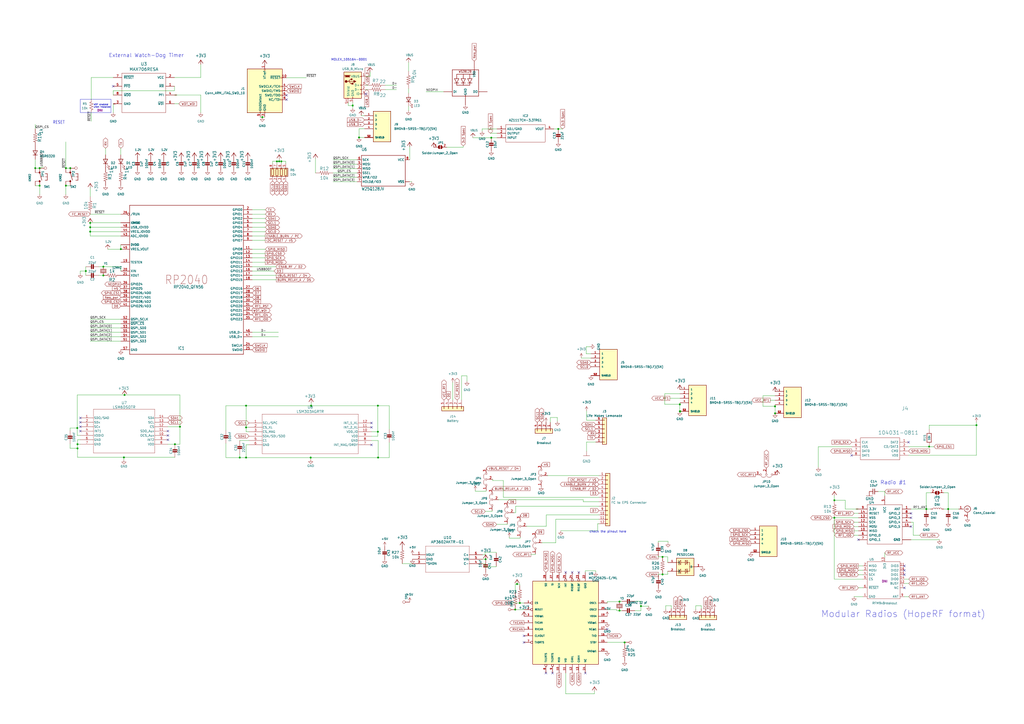
<source format=kicad_sch>
(kicad_sch (version 20231120) (generator "eeschema") (generator_version "8.0")
  (paper "A2")
  (junction (at 281.7114 324.3834))
  (junction (at 44.958 257.683))
  (junction (at 20.447 97.536))
  (junction (at 384.3274 323.0372))
  (junction (at 298.8818 353.5934))
  (junction (at 180.467 235.331))
  (junction (at 180.213 265.43))
  (junction (at 22.987 107.696))
  (junction (at 394.3604 238.6076))
  (junction (at 449.58 235.712))
  (junction (at 550.037 295.275))
  (junction (at 142.748 235.331))
  (junction (at 219.202 250.444))
  (junction (at 449.6054 239.776))
  (junction (at 483.997 290.195))
  (junction (at 566.42 246.634))
  (junction (at 40.767 97.536))
  (junction (at 59.944 159.766))
  (junction (at 44.958 260.096))
  (junction (at 160.655 93.599))
  (junction (at 70.104 144.526))
  (junction (at 139.065 265.43))
  (junction (at 38.227 107.696))
  (junction (at 323.85 74.803))
  (junction (at 359.3592 354.203))
  (junction (at 52.324 134.366))
  (junction (at 219.329 265.43))
  (junction (at 359.3592 348.9706))
  (junction (at 142.748 247.904))
  (junction (at 362.331 372.6434))
  (junction (at 284.988 79.883))
  (junction (at 52.324 129.286))
  (junction (at 38.227 97.536))
  (junction (at 371.8052 351.5868))
  (junction (at 161.925 93.599))
  (junction (at 394.589 238.6076))
  (junction (at 142.748 265.43))
  (junction (at 483.997 300.355))
  (junction (at 394.589 238.633))
  (junction (at 44.831 248.285))
  (junction (at 59.944 154.686))
  (junction (at 394.3604 234.569))
  (junction (at 72.263 229.108))
  (junction (at 538.988 259.08))
  (junction (at 204.597 61.214))
  (junction (at 101.473 257.683))
  (junction (at 49.784 157.226))
  (junction (at 152.1714 67.945))
  (junction (at 22.987 97.536))
  (junction (at 219.202 235.331))
  (junction (at 301.5234 349.7834))
  (junction (at 104.394 247.523))
  (junction (at 163.195 93.599))
  (junction (at 384.3274 333.1972))
  (junction (at 208.28 79.756))
  (junction (at 299.9486 338.7852))
  (junction (at 537.337 295.275))
  (junction (at 71.882 265.303))
  (junction (at 52.324 131.826))
  (no_connect (at 303.9872 372.6434))
  (no_connect (at 528.447 300.355))
  (no_connect (at 524.637 328.295))
  (no_connect (at 331.9272 332.0034))
  (no_connect (at 65.659 50.038))
  (no_connect (at 46.609 244.983))
  (no_connect (at 166.243 57.785))
  (no_connect (at 524.637 330.835))
  (no_connect (at 497.967 313.055))
  (no_connect (at 339.5472 390.4234))
  (no_connect (at 316.6872 390.4234))
  (no_connect (at 524.637 340.995))
  (no_connect (at 528.447 305.435))
  (no_connect (at 528.447 297.815))
  (no_connect (at 494.03 264.16))
  (no_connect (at 320.4972 390.4234))
  (no_connect (at 303.9872 368.8334))
  (no_connect (at 166.243 55.245))
  (no_connect (at 212.217 54.483))
  (no_connect (at 97.409 255.143))
  (no_connect (at 527.05 256.54))
  (no_connect (at 215.519 258.064))
  (no_connect (at 524.637 333.375))
  (no_connect (at 46.609 250.063))
  (no_connect (at 352.2472 365.0234))
  (no_connect (at 215.519 245.364))
  (no_connect (at 335.7372 332.0034))
  (no_connect (at 46.609 247.523))
  (no_connect (at 97.409 252.603))
  (no_connect (at 328.1172 332.0034))
  (no_connect (at 215.519 247.904))
  (no_connect (at 97.409 250.063))
  (no_connect (at 46.609 242.443))
  (wire (pts (xy 223.52 49.403) (xy 229.997 49.403)))
  (wire (pts (xy 193.167 95.25) (xy 207.137 95.25)))
  (wire (pts (xy 394.589 238.633) (xy 394.589 238.6076)))
  (wire (pts (xy 139.065 263.398) (xy 139.065 265.43)))
  (wire (pts (xy 500.507 340.995) (xy 497.967 340.995)))
  (wire (pts (xy 225.806 249.047) (xy 225.806 235.331)))
  (wire (pts (xy 337.2104 207.6958) (xy 342.7984 207.6958)))
  (wire (pts (xy 497.967 305.435) (xy 495.427 305.435)))
  (wire (pts (xy 139.065 255.524) (xy 144.399 255.524)))
  (wire (pts (xy 70.104 85.979) (xy 70.104 89.789)))
  (wire (pts (xy 202.057 61.214) (xy 204.597 61.214)))
  (wire (pts (xy 340.0044 205.1558) (xy 340.0044 201.0918)))
  (wire (pts (xy 495.427 310.515) (xy 497.967 310.515)))
  (wire (pts (xy 52.324 197.866) (xy 70.104 197.866)))
  (wire (pts (xy 215.519 255.524) (xy 219.329 255.524)))
  (wire (pts (xy 406.8318 351.409) (xy 406.8318 353.1616)))
  (wire (pts (xy 359.3592 348.9706) (xy 352.2218 348.9706)))
  (wire (pts (xy 40.64 248.285) (xy 44.831 248.285)))
  (wire (pts (xy 547.497 285.877) (xy 550.037 285.877)))
  (wire (pts (xy 215.519 250.444) (xy 219.202 250.444)))
  (wire (pts (xy 213.36 49.403) (xy 212.217 49.403)))
  (wire (pts (xy 131.064 257.175) (xy 131.064 265.43)))
  (wire (pts (xy 295.4782 312.1406) (xy 301.7266 312.1406)))
  (wire (pts (xy 52.324 192.786) (xy 70.104 192.786)))
  (wire (pts (xy 180.213 265.43) (xy 180.213 266.446)))
  (wire (pts (xy 342.7984 205.1558) (xy 340.0044 205.1558)))
  (wire (pts (xy 340.233 256.413) (xy 340.233 261.747)))
  (wire (pts (xy 219.202 235.331) (xy 180.467 235.331)))
  (wire (pts (xy 62.484 144.526) (xy 70.104 144.526)))
  (wire (pts (xy 316.9412 298.704) (xy 347.472 298.704)))
  (wire (pts (xy 44.831 229.108) (xy 72.263 229.108)))
  (wire (pts (xy 146.304 149.606) (xy 153.924 149.606)))
  (wire (pts (xy 275.7424 284.3784) (xy 275.7424 284.9372)))
  (wire (pts (xy 394.462 234.569) (xy 394.3604 234.569)))
  (wire (pts (xy 442.595 235.712) (xy 449.58 235.712)))
  (wire (pts (xy 97.409 257.683) (xy 101.473 257.683)))
  (wire (pts (xy 142.748 235.331) (xy 142.748 247.904)))
  (wire (pts (xy 538.988 248.92) (xy 538.988 246.634)))
  (wire (pts (xy 449.58 229.616) (xy 442.595 229.616)))
  (wire (pts (xy 146.304 131.826) (xy 153.924 131.826)))
  (wire (pts (xy 139.065 255.778) (xy 139.065 255.524)))
  (wire (pts (xy 292.0238 278.7396) (xy 292.0238 288.544)))
  (wire (pts (xy 326.39 74.803) (xy 323.85 74.803)))
  (wire (pts (xy 38.227 82.296) (xy 38.227 97.536)))
  (wire (pts (xy 279.8826 324.3834) (xy 281.7114 324.3834)))
  (wire (pts (xy 65.659 60.198) (xy 65.659 65.278)))
  (wire (pts (xy 539.877 285.877) (xy 537.337 285.877)))
  (wire (pts (xy 281.7114 324.3834) (xy 281.7114 324.4088)))
  (wire (pts (xy 257.302 53.213) (xy 247.142 53.213)))
  (wire (pts (xy 550.037 295.275) (xy 556.133 295.275)))
  (wire (pts (xy 285.877 278.7396) (xy 292.0238 278.7396)))
  (wire (pts (xy 204.597 61.214) (xy 204.597 59.563)))
  (wire (pts (xy 328.1172 390.4234) (xy 328.1172 402.4376)))
  (wire (pts (xy 131.064 249.555) (xy 131.064 235.331)))
  (wire (pts (xy 403.606 351.409) (xy 406.8318 351.409)))
  (wire (pts (xy 385.572 234.569) (xy 394.3604 234.569)))
  (wire (pts (xy 483.997 300.355) (xy 483.997 335.915)))
  (wire (pts (xy 490.347 295.275) (xy 490.347 290.195)))
  (wire (pts (xy 328.1172 402.4376) (xy 344.8304 402.4376)))
  (wire (pts (xy 70.104 141.986) (xy 70.104 144.526)))
  (wire (pts (xy 529.717 302.895) (xy 529.717 310.515)))
  (wire (pts (xy 163.195 93.599) (xy 161.925 93.599)))
  (wire (pts (xy 165.735 93.599) (xy 163.195 93.599)))
  (wire (pts (xy 346.6592 307.8988) (xy 346.6592 303.784)))
  (wire (pts (xy 275.7424 284.9372) (xy 281.9908 284.9372)))
  (wire (pts (xy 287.8582 328.3966) (xy 287.8582 328.803)))
  (wire (pts (xy 314.4012 314.9092) (xy 322.3768 314.9092)))
  (wire (pts (xy 204.597 61.214) (xy 204.597 62.738)))
  (wire (pts (xy 146.304 147.066) (xy 153.924 147.066)))
  (wire (pts (xy 207.137 100.33) (xy 193.167 100.33)))
  (wire (pts (xy 219.202 250.444) (xy 219.202 235.331)))
  (wire (pts (xy 20.447 107.696) (xy 22.987 107.696)))
  (wire (pts (xy 281.3812 326.9234) (xy 281.3812 328.803)))
  (wire (pts (xy 209.55 67.056) (xy 209.55 66.929)))
  (wire (pts (xy 550.037 285.877) (xy 550.037 295.275)))
  (wire (pts (xy 345.5162 331.1398) (xy 339.5472 331.1398)))
  (wire (pts (xy 368.3 354.203) (xy 371.8052 354.203)))
  (wire (pts (xy 497.967 295.275) (xy 490.347 295.275)))
  (wire (pts (xy 225.806 235.331) (xy 219.202 235.331)))
  (wire (pts (xy 281.3558 320.4464) (xy 287.8582 320.4464)))
  (wire (pts (xy 285.877 278.765) (xy 285.877 278.7396)))
  (wire (pts (xy 160.655 93.599) (xy 160.655 94.869)))
  (wire (pts (xy 281.5082 296.672) (xy 285.4452 296.672)))
  (wire (pts (xy 281.3558 321.8434) (xy 281.3558 320.4464)))
  (wire (pts (xy 237.617 85.09) (xy 237.617 92.71)))
  (wire (pts (xy 233.3244 326.9234) (xy 239.2426 326.9234)))
  (wire (pts (xy 70.104 154.686) (xy 70.104 157.226)))
  (wire (pts (xy 513.207 320.675) (xy 513.207 323.215)))
  (wire (pts (xy 270.891 221.107) (xy 270.891 218.059)))
  (wire (pts (xy 298.8818 353.5934) (xy 303.9872 353.5934)))
  (wire (pts (xy 325.3232 307.8988) (xy 346.6592 307.8988)))
  (wire (pts (xy 146.304 129.286) (xy 153.924 129.286)))
  (wire (pts (xy 223.52 51.943) (xy 229.997 51.943)))
  (wire (pts (xy 538.988 246.634) (xy 566.42 246.634)))
  (wire (pts (xy 44.958 255.143) (xy 44.958 257.683)))
  (wire (pts (xy 322.3768 301.244) (xy 347.472 301.244)))
  (wire (pts (xy 301.5234 349.7834) (xy 303.9872 349.7834)))
  (wire (pts (xy 340.233 243.713) (xy 345.567 243.713)))
  (wire (pts (xy 158.115 93.599) (xy 158.115 94.869)))
  (wire (pts (xy 359.3592 348.8436) (xy 359.3592 348.9706)))
  (wire (pts (xy 371.8052 348.8436) (xy 371.8052 351.5868)))
  (wire (pts (xy 131.064 265.43) (xy 139.065 265.43)))
  (wire (pts (xy 483.997 300.355) (xy 497.967 300.355)))
  (wire (pts (xy 338.328 289.814) (xy 338.328 291.084)))
  (wire (pts (xy 259.207 85.344) (xy 268.732 85.344)))
  (wire (pts (xy 384.3274 333.1972) (xy 387.3246 333.1972)))
  (wire (pts (xy 183.007 91.948) (xy 183.007 100.33)))
  (wire (pts (xy 394.462 225.9076) (xy 394.3604 225.9076)))
  (wire (pts (xy 193.167 105.41) (xy 207.137 105.41)))
  (wire (pts (xy 279.8826 326.9234) (xy 281.3812 326.9234)))
  (wire (pts (xy 385.572 228.473) (xy 394.462 228.473)))
  (polyline (pts (xy 46.609 57.658) (xy 64.389 57.658)))
  (wire (pts (xy 116.459 55.118) (xy 116.459 65.278)))
  (wire (pts (xy 497.967 302.895) (xy 495.427 302.895)))
  (wire (pts (xy 44.958 257.683) (xy 46.609 257.683)))
  (wire (pts (xy 352.2218 349.7834) (xy 352.2472 349.7834)))
  (wire (pts (xy 153.924 124.206) (xy 146.304 124.206)))
  (wire (pts (xy 387.5024 313.944) (xy 387.5024 314.8076)))
  (wire (pts (xy 449.6054 235.712) (xy 449.6054 239.776)))
  (wire (pts (xy 236.982 51.435) (xy 236.982 53.975)))
  (polyline (pts (xy 46.609 65.278) (xy 46.609 57.658)))
  (wire (pts (xy 52.324 136.906) (xy 52.324 134.366)))
  (wire (pts (xy 116.459 44.958) (xy 116.459 37.338)))
  (wire (pts (xy 323.342 242.189) (xy 323.342 244.348)))
  (wire (pts (xy 381.8636 313.944) (xy 387.5024 313.944)))
  (wire (pts (xy 319.278 244.983) (xy 319.278 242.189)))
  (wire (pts (xy 70.104 131.826) (xy 52.324 131.826)))
  (wire (pts (xy 52.324 195.326) (xy 70.104 195.326)))
  (wire (pts (xy 219.329 255.524) (xy 219.329 265.43)))
  (wire (pts (xy 146.304 144.526) (xy 153.924 144.526)))
  (wire (pts (xy 384.3274 323.0372) (xy 387.3246 323.0372)))
  (wire (pts (xy 52.324 108.966) (xy 52.324 114.046)))
  (wire (pts (xy 236.982 61.595) (xy 236.982 64.135)))
  (wire (pts (xy 103.759 60.198) (xy 101.219 60.198)))
  (wire (pts (xy 166.243 45.085) (xy 177.673 45.085)))
  (wire (pts (xy 340.0044 201.0918) (xy 342.1634 201.0918)))
  (wire (pts (xy 347.472 288.544) (xy 292.0238 288.544)))
  (wire (pts (xy 319.278 242.189) (xy 323.342 242.189)))
  (wire (pts (xy 20.447 74.676) (xy 20.447 72.136)))
  (wire (pts (xy 360.68 348.8436) (xy 359.3592 348.8436)))
  (wire (pts (xy 22.987 97.536) (xy 20.447 97.536)))
  (wire (pts (xy 537.337 285.877) (xy 537.337 295.275)))
  (wire (pts (xy 394.462 233.553) (xy 394.462 234.569)))
  (wire (pts (xy 274.32 79.883) (xy 284.988 79.883)))
  (wire (pts (xy 59.944 154.686) (xy 57.404 154.686)))
  (wire (pts (xy 160.02 154.686) (xy 146.304 154.686)))
  (wire (pts (xy 339.5472 331.1398) (xy 339.5472 332.0034)))
  (wire (pts (xy 446.786 232.156) (xy 446.786 232.1306)))
  (wire (pts (xy 296.799 349.7834) (xy 301.5234 349.7834)))
  (wire (pts (xy 287.8582 320.4464) (xy 287.8582 320.7766)))
  (wire (pts (xy 294.3352 304.2158) (xy 294.3352 303.7078)))
  (wire (pts (xy 338.328 291.084) (xy 347.472 291.084)))
  (wire (pts (xy 513.207 285.115) (xy 509.397 285.115)))
  (wire (pts (xy 295.4782 311.5818) (xy 295.4782 312.1406)))
  (wire (pts (xy 44.958 257.683) (xy 44.958 260.096)))
  (wire (pts (xy 97.409 247.523) (xy 104.394 247.523)))
  (wire (pts (xy 116.459 44.958) (xy 101.219 44.958)))
  (wire (pts (xy 151.003 67.945) (xy 152.1714 67.945)))
  (wire (pts (xy 40.64 260.096) (xy 44.958 260.096)))
  (wire (pts (xy 359.3592 354.0506) (xy 359.3592 354.203)))
  (wire (pts (xy 385.572 228.473) (xy 385.572 234.569)))
  (wire (pts (xy 368.3 348.8436) (xy 371.8052 348.8436)))
  (wire (pts (xy 146.304 134.366) (xy 153.924 134.366)))
  (wire (pts (xy 104.394 257.683) (xy 104.394 247.523)))
  (wire (pts (xy 527.05 264.16) (xy 566.42 264.16)))
  (wire (pts (xy 65.659 44.958) (xy 52.959 44.958)))
  (wire (pts (xy 289.2552 289.814) (xy 338.328 289.814)))
  (wire (pts (xy 131.064 235.331) (xy 142.748 235.331)))
  (wire (pts (xy 146.304 126.746) (xy 153.924 126.746)))
  (wire (pts (xy 52.959 44.958) (xy 52.959 57.658)))
  (wire (pts (xy 345.567 256.413) (xy 340.233 256.413)))
  (wire (pts (xy 288.0868 304.2158) (xy 294.3352 304.2158)))
  (wire (pts (xy 381.8636 322.4276) (xy 381.8636 323.0372)))
  (wire (pts (xy 52.324 134.366) (xy 52.324 131.826)))
  (wire (pts (xy 44.958 265.303) (xy 71.882 265.303)))
  (wire (pts (xy 219.329 265.43) (xy 180.213 265.43)))
  (wire (pts (xy 394.462 225.933) (xy 394.462 225.9076)))
  (wire (pts (xy 208.28 74.676) (xy 208.28 79.756)))
  (wire (pts (xy 44.831 252.603) (xy 44.831 248.285)))
  (wire (pts (xy 284.48 77.343) (xy 288.29 77.343)))
  (wire (pts (xy 71.882 265.303) (xy 71.882 266.7)))
  (wire (pts (xy 305.5366 305.2826) (xy 316.9412 305.2826)))
  (wire (pts (xy 299.085 297.3578) (xy 299.085 293.624)))
  (wire (pts (xy 146.304 136.906) (xy 153.924 136.906)))
  (wire (pts (xy 146.304 159.766) (xy 160.274 159.766)))
  (wire (pts (xy 310.5912 321.6402) (xy 310.5912 321.2592)))
  (wire (pts (xy 285.8008 278.765) (xy 285.8008 278.0792)))
  (wire (pts (xy 279.654 76.073) (xy 279.654 74.803)))
  (wire (pts (xy 270.891 218.059) (xy 267.716 218.059)))
  (wire (pts (xy 281.9908 284.9372) (xy 281.9908 284.4292)))
  (wire (pts (xy 212.217 44.323) (xy 214.757 44.323)))
  (wire (pts (xy 528.447 313.055) (xy 544.957 313.055)))
  (wire (pts (xy 40.767 107.696) (xy 38.227 107.696)))
  (wire (pts (xy 388.62 231.013) (xy 394.462 231.013)))
  (wire (pts (xy 316.9412 305.2826) (xy 316.9412 298.704)))
  (wire (pts (xy 352.2472 353.5934) (xy 357.7844 353.5934)))
  (wire (pts (xy 298.8818 343.4334) (xy 298.8818 338.7852)))
  (wire (pts (xy 281.3812 328.803) (xy 287.8582 328.803)))
  (wire (pts (xy 207.137 102.87) (xy 193.167 102.87)))
  (wire (pts (xy 352.2472 372.6434) (xy 362.331 372.6434)))
  (wire (pts (xy 142.748 235.331) (xy 180.467 235.331)))
  (wire (pts (xy 527.177 346.075) (xy 524.637 346.075)))
  (wire (pts (xy 495.427 346.075) (xy 500.507 346.075)))
  (wire (pts (xy 225.806 256.667) (xy 225.806 265.43)))
  (wire (pts (xy 449.58 227.076) (xy 449.6054 227.076)))
  (wire (pts (xy 371.8052 351.5868) (xy 371.8052 354.203)))
  (wire (pts (xy 219.202 252.984) (xy 219.202 250.444)))
  (wire (pts (xy 104.394 247.523) (xy 104.394 229.108)))
  (wire (pts (xy 360.68 354.203) (xy 359.3592 354.203)))
  (wire (pts (xy 528.447 295.275) (xy 537.337 295.275)))
  (wire (pts (xy 101.473 265.303) (xy 71.882 265.303)))
  (wire (pts (xy 442.595 229.616) (xy 442.595 235.712)))
  (wire (pts (xy 494.03 259.08) (xy 474.726 259.08)))
  (wire (pts (xy 40.64 257.429) (xy 40.64 260.096)))
  (wire (pts (xy 497.967 307.975) (xy 495.427 307.975)))
  (wire (pts (xy 449.58 234.696) (xy 449.58 235.712)))
  (wire (pts (xy 46.609 255.143) (xy 44.958 255.143)))
  (wire (pts (xy 207.137 92.71) (xy 193.167 92.71)))
  (wire (pts (xy 262.636 221.869) (xy 262.636 232.029)))
  (wire (pts (xy 52.324 131.826) (xy 52.324 129.286)))
  (wire (pts (xy 46.609 252.603) (xy 44.831 252.603)))
  (wire (pts (xy 52.959 65.278) (xy 52.959 70.358)))
  (wire (pts (xy 144.399 258.064) (xy 142.748 258.064)))
  (wire (pts (xy 146.304 162.306) (xy 160.274 162.306)))
  (wire (pts (xy 268.732 84.582) (xy 268.732 85.344)))
  (polyline (pts (xy 64.389 65.278) (xy 46.609 65.278)))
  (polyline (pts (xy 64.389 57.658) (xy 64.389 65.278)))
  (wire (pts (xy 144.399 250.444) (xy 142.748 250.444)))
  (wire (pts (xy 279.8826 321.8434) (xy 281.3558 321.8434)))
  (wire (pts (xy 44.958 260.096) (xy 44.958 265.303)))
  (wire (pts (xy 38.227 97.536) (xy 40.767 97.536)))
  (wire (pts (xy 527.177 338.455) (xy 524.637 338.455)))
  (wire (pts (xy 490.347 290.195) (xy 483.997 290.195)))
  (wire (pts (xy 70.104 187.706) (xy 52.324 187.706)))
  (wire (pts (xy 500.507 328.295) (xy 497.967 328.295)))
  (wire (pts (xy 337.2104 207.5688) (xy 337.2104 207.6958)))
  (wire (pts (xy 70.104 129.286) (xy 52.324 129.286)))
  (wire (pts (xy 142.748 265.43) (xy 180.213 265.43)))
  (wire (pts (xy 387.3246 326.2884) (xy 387.3246 323.0372)))
  (wire (pts (xy 70.104 136.906) (xy 52.324 136.906)))
  (wire (pts (xy 44.831 248.285) (xy 44.831 229.108)))
  (wire (pts (xy 142.748 258.064) (xy 142.748 265.43)))
  (wire (pts (xy 101.219 55.118) (xy 116.459 55.118)))
  (wire (pts (xy 40.64 249.809) (xy 40.64 248.285)))
  (wire (pts (xy 70.104 185.166) (xy 52.324 185.166)))
  (wire (pts (xy 146.304 121.666) (xy 153.924 121.666)))
  (wire (pts (xy 165.735 94.869) (xy 165.735 93.599)))
  (wire (pts (xy 308.0004 321.6402) (xy 310.5912 321.6402)))
  (wire (pts (xy 104.394 229.108) (xy 72.263 229.108)))
  (wire (pts (xy 211.455 67.056) (xy 209.55 67.056)))
  (wire (pts (xy 381.8636 323.0372) (xy 384.3274 323.0372)))
  (wire (pts (xy 70.104 134.366) (xy 52.324 134.366)))
  (wire (pts (xy 284.988 79.883) (xy 288.29 79.883)))
  (wire (pts (xy 202.057 61.214) (xy 202.057 59.563)))
  (wire (pts (xy 101.219 52.578) (xy 101.219 50.038)))
  (wire (pts (xy 547.497 295.275) (xy 550.037 295.275)))
  (wire (pts (xy 381.9652 333.6798) (xy 381.9652 333.1972)))
  (wire (pts (xy 161.925 92.329) (xy 161.925 93.599)))
  (wire (pts (xy 527.177 335.915) (xy 524.637 335.915)))
  (wire (pts (xy 394.716 238.633) (xy 394.716 238.6076)))
  (wire (pts (xy 65.659 52.578) (xy 101.219 52.578)))
  (wire (pts (xy 389.4328 351.3074) (xy 389.4328 353.06)))
  (wire (pts (xy 214.757 44.323) (xy 214.757 41.783)))
  (wire (pts (xy 20.447 92.456) (xy 20.447 97.536)))
  (wire (pts (xy 215.519 252.984) (xy 219.202 252.984)))
  (wire (pts (xy 101.473 257.683) (xy 104.394 257.683)))
  (wire (pts (xy 529.717 310.515) (xy 533.527 310.515)))
  (wire (pts (xy 352.2218 348.9706) (xy 352.2218 349.7834)))
  (wire (pts (xy 394.589 238.633) (xy 394.716 238.633)))
  (wire (pts (xy 57.404 159.766) (xy 59.944 159.766)))
  (wire (pts (xy 207.137 97.79) (xy 193.167 97.79)))
  (wire (pts (xy 340.233 238.379) (xy 340.233 243.713)))
  (wire (pts (xy 446.786 232.1306) (xy 449.58 232.156)))
  (wire (pts (xy 208.28 79.756) (xy 211.455 79.756)))
  (wire (pts (xy 394.462 238.633) (xy 394.589 238.633)))
  (wire (pts (xy 483.997 335.915) (xy 500.507 335.915)))
  (wire (pts (xy 449.58 235.712) (xy 449.6054 235.712)))
  (wire (pts (xy 22.987 107.696) (xy 22.987 112.776)))
  (wire (pts (xy 497.967 297.815) (xy 495.427 297.815)))
  (wire (pts (xy 299.085 293.624) (xy 347.472 293.624)))
  (wire (pts (xy 322.3768 314.9092) (xy 322.3768 301.244)))
  (wire (pts (xy 394.589 238.6076) (xy 394.3604 238.6076)))
  (wire (pts (xy 70.104 124.206) (xy 52.324 124.206)))
  (wire (pts (xy 403.606 351.409) (xy 403.606 353.568)))
  (wire (pts (xy 142.748 250.444) (xy 142.748 247.904)))
  (wire (pts (xy 346.6592 303.784) (xy 347.472 303.784)))
  (wire (pts (xy 381.8636 314.8076) (xy 381.8636 313.944)))
  (wire (pts (xy 347.472 275.844) (xy 317.7286 275.844)))
  (wire (pts (xy 301.7266 312.1406) (xy 301.7266 311.6326)))
  (wire (pts (xy 160.655 93.599) (xy 158.115 93.599)))
  (wire (pts (xy 482.727 300.355) (xy 483.997 300.355)))
  (wire (pts (xy 49.784 157.226) (xy 49.784 159.766)))
  (wire (pts (xy 180.467 233.68) (xy 180.467 235.331)))
  (wire (pts (xy 500.507 330.835) (xy 497.967 330.835)))
  (wire (pts (xy 513.207 285.115) (xy 513.207 287.655)))
  (wire (pts (xy 225.806 265.43) (xy 219.329 265.43)))
  (wire (pts (xy 394.3604 234.569) (xy 394.3604 238.6076)))
  (wire (pts (xy 362.331 372.6434) (xy 362.331 373.4054)))
  (wire (pts (xy 52.324 190.246) (xy 70.104 190.246)))
  (wire (pts (xy 146.304 192.786) (xy 161.544 192.786)))
  (wire (pts (xy 357.7844 353.5934) (xy 357.7844 354.203)))
  (wire (pts (xy 386.207 351.3074) (xy 389.4328 351.3074)))
  (wire (pts (xy 566.42 246.634) (xy 566.42 264.16)))
  (wire (pts (xy 46.609 157.226) (xy 49.784 157.226)))
  (wire (pts (xy 285.8008 278.765) (xy 285.877 278.765)))
  (wire (pts (xy 237.617 105.41) (xy 238.887 105.41)))
  (wire (pts (xy 139.065 265.43) (xy 142.748 265.43)))
  (wire (pts (xy 152.1714 67.945) (xy 153.543 67.945)))
  (wire (pts (xy 381.9652 333.1972) (xy 384.3274 333.1972)))
  (wire (pts (xy 538.988 259.08) (xy 541.782 259.08)))
  (wire (pts (xy 345.5162 331.8256) (xy 345.5162 331.1398)))
  (wire (pts (xy 146.304 152.146) (xy 153.924 152.146)))
  (wire (pts (xy 65.659 55.118) (xy 65.659 52.578)))
  (wire (pts (xy 527.05 259.08) (xy 538.988 259.08)))
  (wire (pts (xy 146.304 157.226) (xy 159.004 157.226)))
  (wire (pts (xy 371.8052 351.5868) (xy 376.3772 351.5868)))
  (wire (pts (xy 213.36 51.943) (xy 212.217 51.943)))
  (wire (pts (xy 49.784 154.686) (xy 49.784 157.226)))
  (wire (pts (xy 46.609 158.75) (xy 46.609 157.226)))
  (wire (pts (xy 387.3246 331.3684) (xy 387.3246 333.1972)))
  (wire (pts (xy 279.654 74.803) (xy 288.29 74.803)))
  (wire (pts (xy 144.399 247.904) (xy 142.748 247.904)))
  (wire (pts (xy 500.507 333.375) (xy 497.967 333.375)))
  (wire (pts (xy 25.146 96.647) (xy 22.987 97.536)))
  (wire (pts (xy 566.42 244.856) (xy 566.42 246.634)))
  (wire (pts (xy 323.85 74.803) (xy 321.31 74.803)))
  (wire (pts (xy 236.982 41.275) (xy 236.982 36.195)))
  (wire (pts (xy 474.726 259.08) (xy 474.726 271.018)))
  (wire (pts (xy 299.9486 338.7852) (xy 301.5234 338.7852)))
  (wire (pts (xy 298.8818 338.7852) (xy 299.9486 338.7852)))
  (wire (pts (xy 146.304 139.446) (xy 153.924 139.446)))
  (wire (pts (xy 285.4452 296.164) (xy 285.4452 296.672)))
  (wire (pts (xy 211.455 74.676) (xy 208.28 74.676)))
  (wire (pts (xy 301.5234 338.7852) (xy 301.5234 339.6234)))
  (wire (pts (xy 38.227 112.776) (xy 38.227 107.696)))
  (wire (pts (xy 163.195 94.869) (xy 163.195 93.599)))
  (wire (pts (xy 344.8304 402.4376) (xy 344.8304 400.9644)))
  (wire (pts (xy 267.716 218.059) (xy 267.716 232.029)))
  (wire (pts (xy 483.997 290.195) (xy 483.997 287.655)))
  (wire (pts (xy 146.304 195.326) (xy 161.544 195.326)))
  (wire (pts (xy 528.447 302.895) (xy 529.717 302.895)))
  (wire (pts (xy 449.58 239.776) (xy 449.6054 239.776)))
  (wire (pts (xy 394.716 238.6076) (xy 394.589 238.6076)))
  (wire (pts (xy 59.944 154.686) (xy 70.104 154.686)))
  (wire (pts (xy 357.7844 354.203) (xy 359.3592 354.203)))
  (wire (pts (xy 298.1452 297.3578) (xy 299.085 297.3578)))
  (wire (pts (xy 61.214 85.979) (xy 61.214 89.789)))
  (wire (pts (xy 161.925 93.599) (xy 160.655 93.599)))
  (wire (pts (xy 537.337 295.275) (xy 539.877 295.275)))
  (wire (pts (xy 386.207 351.3074) (xy 386.207 353.4664)))
  (text "Radio #1" (at 510.667 281.305 0) (effects (font (size 2.159 2.159)) (justify left bottom)))
  (text "Modular Radios (HopeRF format)" (at 476.25 358.521 0) (effects (font (size 3.81 3.81)) (justify left bottom)))
  (text "MOLEX_105164-0001" (at 192.024 35.433 0) (effects (font (size 1.27 1.27)) (justify left bottom)))
  (text "check the pinout here\n" (at 341.884 309.245 0) (effects (font (size 1.27 1.27)) (justify left bottom)))
  (text "RESET" (at 30.607 72.136 0) (effects (font (size 1.778 1.5113)) (justify left bottom)))
  (text "WDT enabled\nwhen installed" (at 54.229 62.738 0) (effects (font (size 0.889 0.889)) (justify left bottom)))
  (text "External Watch-Dog Timer" (at 63.119 33.528 0) (effects (font (size 2.159 2.159)) (justify left bottom)))
  (label "QSPI_DATA[3]" (at 193.167 105.41 0) (effects (font (size 1.2446 1.2446))))
  (label "D+" (at 227.457 49.403 0) (effects (font (size 1.2446 1.2446))))
  (label "QSPI_DATA[3]" (at 52.324 197.866 0) (effects (font (size 1.2446 1.2446))))
  (label "QSPI_CS" (at 20.447 74.676 0) (effects (font (size 1.2446 1.2446))))
  (label "D-" (at 227.457 51.943 0) (effects (font (size 1.2446 1.2446))))
  (label "QSPI_DATA[2]" (at 52.324 195.326 0) (effects (font (size 1.2446 1.2446))))
  (label "QSPI_CS" (at 195.707 100.33 0) (effects (font (size 1.2446 1.2446))))
  (label "QSPI_DATA[0]" (at 52.324 190.246 0) (effects (font (size 1.2446 1.2446))))
  (label "QSPI_DATA[2]" (at 193.167 102.87 0) (effects (font (size 1.2446 1.2446))))
  (label "QSPI_DATA[1]" (at 52.324 192.786 0) (effects (font (size 1.2446 1.2446))))
  (label "NEOPIX" (at 247.142 53.213 0) (effects (font (size 1.2446 1.2446))))
  (label "QSPI_DATA[0]" (at 193.167 95.25 0) (effects (font (size 1.2446 1.2446))))
  (label "D-" (at 151.384 192.786 0) (effects (font (size 1.2446 1.2446))))
  (label "~{RESET}" (at 38.227 97.536 90) (effects (font (size 1.2446 1.2446))))
  (label "~{RESET}" (at 177.673 45.085 0) (effects (font (size 1.2446 1.2446))))
  (label "RF1_ANT" (at 529.717 295.275 0))
  (label "USBBOOT" (at 148.844 157.226 0) (effects (font (size 1.2446 1.2446))))
  (label "QSPI_SCK" (at 52.324 185.166 0) (effects (font (size 1.2446 1.2446))))
  (label "QSPI_DATA[1]" (at 193.167 97.79 0) (effects (font (size 1.2446 1.2446))))
  (label "QSPI_CS" (at 52.324 187.706 0) (effects (font (size 1.2446 1.2446))))
  (label "~{RESET}" (at 52.959 70.358 90) (effects (font (size 1.2446 1.2446))))
  (label "D+" (at 151.384 195.326 0) (effects (font (size 1.2446 1.2446))))
  (label "QSPI_SCK" (at 193.167 92.71 0) (effects (font (size 1.2446 1.2446))))
  (label "USBBOOT" (at 25.146 96.647 90) (effects (font (size 1.2446 1.2446))))
  (label "~{RESET}" (at 54.864 124.206 0) (effects (font (size 1.2446 1.2446))))
  (global_label "SDA0" (shape bidirectional) (at 342.7984 210.2358 180) (property "Intersheetrefs" "${INTERSHEET_REFS}" (effects (hide yes))))
  (global_label "SPI0_MISO" (shape output) (at 494.03 261.62 180) (property "Intersheetrefs" "${INTERSHEET_REFS}" (effects (hide yes))))
  (global_label "3v3 Spec" (shape input) (at 268.732 84.582 90) (property "Intersheetrefs" "${INTERSHEET_REFS}" (effects (hide yes))))
  (global_label "3v3 Spec" (shape input) (at 284.48 77.343 90) (property "Intersheetrefs" "${INTERSHEET_REFS}" (effects (hide yes))))
  (global_label "TX" (shape input) (at 345.567 253.873 180) (property "Intersheetrefs" "${INTERSHEET_REFS}" (effects (hide yes))))
  (global_label "SCL1" (shape bidirectional) (at 144.399 245.364 180) (property "Intersheetrefs" "${INTERSHEET_REFS}" (effects (hide yes))))
  (global_label "SCL0" (shape bidirectional) (at 281.5082 296.672 180) (property "Intersheetrefs" "${INTERSHEET_REFS}" (effects (hide yes))))
  (global_label "SPI0_CS0" (shape bidirectional) (at 482.727 300.355 180) (property "Intersheetrefs" "${INTERSHEET_REFS}" (effects (hide yes))))
  (global_label "SPI0_MISO" (shape input) (at 153.924 144.526 0) (property "Intersheetrefs" "${INTERSHEET_REFS}" (effects (hide yes))))
  (global_label "SDA1" (shape bidirectional) (at 153.924 126.746 0) (property "Intersheetrefs" "${INTERSHEET_REFS}" (effects (hide yes))))
  (global_label "SCL1" (shape bidirectional) (at 345.567 248.793 180) (property "Intersheetrefs" "${INTERSHEET_REFS}" (effects (hide yes))))
  (global_label "BURN_RELAY_A {slash} D5" (shape output) (at 160.274 162.306 0) (property "Intersheetrefs" "${INTERSHEET_REFS}" (effects (hide yes))))
  (global_label "RF1_IO0" (shape bidirectional) (at 527.177 335.915 0) (property "Intersheetrefs" "${INTERSHEET_REFS}" (effects (hide yes))))
  (global_label "SWDIO" (shape input) (at 166.243 52.705 0) (property "Intersheetrefs" "${INTERSHEET_REFS}" (effects (hide yes))))
  (global_label "CANH" (shape output) (at 411.9118 353.1616 90) (property "Intersheetrefs" "${INTERSHEET_REFS}" (effects (hide yes))))
  (global_label "CANL" (shape output) (at 391.9728 353.06 90) (property "Intersheetrefs" "${INTERSHEET_REFS}" (effects (hide yes))))
  (global_label "SPI0_MOSI" (shape input) (at 495.427 305.435 180) (property "Intersheetrefs" "${INTERSHEET_REFS}" (effects (hide yes))))
  (global_label "SPI0_CS1" (shape input) (at 541.782 259.08 0) (property "Intersheetrefs" "${INTERSHEET_REFS}" (effects (hide yes))))
  (global_label "D3" (shape input) (at 347.472 286.004 180) (property "Intersheetrefs" "${INTERSHEET_REFS}" (effects (hide yes))))
  (global_label "I2C_RESET {slash} VS" (shape output) (at 153.924 139.446 0) (property "Intersheetrefs" "${INTERSHEET_REFS}" (effects (hide yes))))
  (global_label "SCL0" (shape bidirectional) (at 153.924 134.366 0) (property "Intersheetrefs" "${INTERSHEET_REFS}" (effects (hide yes))))
  (global_label "D7" (shape input) (at 146.304 169.926 0) (property "Intersheetrefs" "${INTERSHEET_REFS}" (effects (hide yes))))
  (global_label "USB_D-" (shape input) (at 212.725 51.943 270) (property "Intersheetrefs" "${INTERSHEET_REFS}" (effects (hide yes))))
  (global_label "D3" (shape input) (at 159.004 157.226 0) (property "Intersheetrefs" "${INTERSHEET_REFS}" (effects (hide yes))))
  (global_label "SCL1" (shape bidirectional) (at 153.924 129.286 0) (property "Intersheetrefs" "${INTERSHEET_REFS}" (effects (hide yes))))
  (global_label "RF1_IO4" (shape bidirectional) (at 533.527 310.515 0) (property "Intersheetrefs" "${INTERSHEET_REFS}" (effects (hide yes))))
  (global_label "RF1_RST" (shape bidirectional) (at 497.967 340.995 180) (property "Intersheetrefs" "${INTERSHEET_REFS}" (effects (hide yes))))
  (global_label "GND" (shape bidirectional) (at 101.219 55.118 0) (effects (font (size 0.254 0.254))) (property "Intersheetrefs" "${INTERSHEET_REFS}" (effects (hide yes))))
  (global_label "TX" (shape bidirectional) (at 70.104 85.979 90) (property "Intersheetrefs" "${INTERSHEET_REFS}" (effects (hide yes))))
  (global_label "SPI0_CS2" (shape output) (at 296.799 349.7834 180) (property "Intersheetrefs" "${INTERSHEET_REFS}" (effects (hide yes))))
  (global_label "CANL" (shape output) (at 331.9272 390.4234 270) (property "Intersheetrefs" "${INTERSHEET_REFS}" (effects (hide yes))))
  (global_label "RXCAN" (shape output) (at 324.3072 390.4234 270) (property "Intersheetrefs" "${INTERSHEET_REFS}" (effects (hide yes))))
  (global_label "VBUS_RESET {slash} D4" (shape output) (at 160.274 159.766 0) (property "Intersheetrefs" "${INTERSHEET_REFS}" (effects (hide yes))))
  (global_label "RF1_RST" (shape bidirectional) (at 146.304 177.546 0) (property "Intersheetrefs" "${INTERSHEET_REFS}" (effects (hide yes))))
  (global_label "TXCAN" (shape output) (at 352.2472 368.8334 0) (property "Intersheetrefs" "${INTERSHEET_REFS}" (effects (hide yes))))
  (global_label "RF_VCC" (shape bidirectional) (at 513.207 320.675 0) (property "Intersheetrefs" "${INTERSHEET_REFS}" (effects (hide yes))))
  (global_label "3v3 Spec" (shape input) (at 326.39 74.803 90) (property "Intersheetrefs" "${INTERSHEET_REFS}" (effects (hide yes))))
  (global_label "HS" (shape input) (at 70.104 167.386 180) (property "Intersheetrefs" "${INTERSHEET_REFS}" (effects (hide yes))))
  (global_label "SPI0_MISO" (shape output) (at 495.427 307.975 180) (property "Intersheetrefs" "${INTERSHEET_REFS}" (effects (hide yes))))
  (global_label "SPI0_MOSI" (shape output) (at 153.924 152.146 0) (property "Intersheetrefs" "${INTERSHEET_REFS}" (effects (hide yes))))
  (global_label "D9" (shape input) (at 146.304 175.006 0) (property "Intersheetrefs" "${INTERSHEET_REFS}" (effects (hide yes))))
  (global_label "RF1_IO0" (shape bidirectional) (at 495.427 310.515 180) (property "Intersheetrefs" "${INTERSHEET_REFS}" (effects (hide yes))))
  (global_label "USB_D+" (shape input) (at 212.979 49.403 90) (property "Intersheetrefs" "${INTERSHEET_REFS}" (effects (hide yes))))
  (global_label "SCL1" (shape bidirectional) (at 163.195 105.029 270) (property "Intersheetrefs" "${INTERSHEET_REFS}" (effects (hide yes))))
  (global_label "SWCLK" (shape input) (at 166.243 50.165 0) (property "Intersheetrefs" "${INTERSHEET_REFS}" (effects (hide yes))))
  (global_label "SDA0" (shape bidirectional) (at 160.655 105.029 270) (property "Intersheetrefs" "${INTERSHEET_REFS}" (effects (hide yes))))
  (global_label "ENAB_RF {slash} D2" (shape input) (at 347.472 283.464 180) (property "Intersheetrefs" "${INTERSHEET_REFS}" (effects (hide yes))))
  (global_label "SDA1" (shape bidirectional) (at 97.409 242.443 0) (property "Intersheetrefs" "${INTERSHEET_REFS}" (effects (hide yes))))
  (global_label "SDA1" (shape bidirectional) (at 314.198 244.983 90) (property "Intersheetrefs" "${INTERSHEET_REFS}" (effects (hide yes))))
  (global_label "SPI0_SCK" (shape input) (at 494.03 256.54 180) (property "Intersheetrefs" "${INTERSHEET_REFS}" (effects (hide yes))))
  (global_label "VCC_RF1" (shape output) (at 446.786 232.156 180) (property "Intersheetrefs" "${INTERSHEET_REFS}" (effects (hide yes))))
  (global_label "WDT_WDI" (shape output) (at 146.304 180.086 0) (property "Intersheetrefs" "${INTERSHEET_REFS}" (effects (hide yes))))
  (global_label "SCL1" (shape bidirectional) (at 311.658 244.983 90) (property "Intersheetrefs" "${INTERSHEET_REFS}" (effects (hide yes))))
  (global_label "D6" (shape input) (at 294.3352 291.0078 0) (property "Intersheetrefs" "${INTERSHEET_REFS}" (effects (hide yes))))
  (global_label "TXCAN" (shape output) (at 303.9872 361.2134 180) (property "Intersheetrefs" "${INTERSHEET_REFS}" (effects (hide yes))))
  (global_label "RX" (shape bidirectional) (at 153.924 124.206 0) (property "Intersheetrefs" "${INTERSHEET_REFS}" (effects (hide yes))))
  (global_label "SPI0_SCK" (shape input) (at 435.5084 310.1848 180) (property "Intersheetrefs" "${INTERSHEET_REFS}" (effects (hide yes))))
  (global_label "ENABLE_BURN {slash} PC" (shape bidirectional) (at 347.472 280.924 180) (property "Intersheetrefs" "${INTERSHEET_REFS}" (effects (hide yes))))
  (global_label "VCC_RF1" (shape output) (at 308.0004 321.6402 180) (property "Intersheetrefs" "${INTERSHEET_REFS}" (effects (hide yes))))
  (global_label "CANH" (shape output) (at 335.7372 390.4234 270) (property "Intersheetrefs" "${INTERSHEET_REFS}" (effects (hide yes))))
  (global_label "FC_RESET" (shape bidirectional) (at 265.176 232.029 90) (property "Intersheetrefs" "${INTERSHEET_REFS}" (effects (hide yes))))
  (global_label "SCL0" (shape bidirectional) (at 342.7984 212.7758 180) (property "Intersheetrefs" "${INTERSHEET_REFS}" (effects (hide yes))))
  (global_label "USB_D+" (shape input) (at 211.455 72.136 180) (property "Intersheetrefs" "${INTERSHEET_REFS}" (effects (hide yes))))
  (global_label "SCL1" (shape bidirectional) (at 97.409 244.983 0) (property "Intersheetrefs" "${INTERSHEET_REFS}" (effects (hide yes))))
  (global_label "SPI0_SCK" (shape output) (at 324.3072 332.0034 90) (property "Intersheetrefs" "${INTERSHEET_REFS}" (effects (hide yes))))
  (global_label "ENAB_RF {slash} D2" (shape bidirectional) (at 160.02 154.686 0) (property "Intersheetrefs" "${INTERSHEET_REFS}" (effects (hide yes))))
  (global_label "SPI0_CS0" (shape bidirectional) (at 435.5084 307.6448 180) (property "Intersheetrefs" "${INTERSHEET_REFS}" (effects (hide yes))))
  (global_label "SPI0_CS0" (shape output) (at 153.924 147.066 0) (property "Intersheetrefs" "${INTERSHEET_REFS}" (effects (hide yes))))
  (global_label "SCL0" (shape bidirectional) (at 158.115 105.029 270) (property "Intersheetrefs" "${INTERSHEET_REFS}" (effects (hide yes))))
  (global_label "SPI0_MOSI" (shape output) (at 320.4972 332.0034 90) (property "Intersheetrefs" "${INTERSHEET_REFS}" (effects (hide yes))))
  (global_label "BURN_RELAY_A {slash} D5" (shape input) (at 285.4452 283.464 0) (property "Intersheetrefs" "${INTERSHEET_REFS}" (effects (hide yes))))
  (global_label "NEOPIX" (shape output) (at 70.104 164.846 180) (property "Intersheetrefs" "${INTERSHEET_REFS}" (effects (hide yes))))
  (global_label "SPI0_MOSI" (shape input) (at 435.5084 312.7248 180) (property "Intersheetrefs" "${INTERSHEET_REFS}" (effects (hide yes))))
  (global_label "D9" (shape input) (at 310.5912 308.5592 0) (property "Intersheetrefs" "${INTERSHEET_REFS}" (effects (hide yes))))
  (global_label "VBUS_RESET {slash} D4" (shape input) (at 281.9908 271.7292 0) (property "Intersheetrefs" "${INTERSHEET_REFS}" (effects (hide yes))))
  (global_label "SDA1" (shape bidirectional) (at 345.567 246.253 180) (property "Intersheetrefs" "${INTERSHEET_REFS}" (effects (hide yes))))
  (global_label "I2C_RESET {slash} VS" (shape input) (at 347.472 278.384 180) (property "Intersheetrefs" "${INTERSHEET_REFS}" (effects (hide yes))))
  (global_label "TX" (shape bidirectional) (at 153.924 121.666 0) (property "Intersheetrefs" "${INTERSHEET_REFS}" (effects (hide yes))))
  (global_label "RF1_RST" (shape bidirectional) (at 495.427 297.815 180) (property "Intersheetrefs" "${INTERSHEET_REFS}" (effects (hide yes))))
  (global_label "SPI0_MISO" (shape output) (at 497.967 328.295 180) (property "Intersheetrefs" "${INTERSHEET_REFS}" (effects (hide yes))))
  (global_label "SDA1" (shape bidirectional) (at 144.399 252.984 180) (property "Intersheetrefs" "${INTERSHEET_REFS}" (effects (hide yes))))
  (global_label "SPI0_SCK" (shape output) (at 153.924 149.606 0) (property "Intersheetrefs" "${INTERSHEET_REFS}" (effects (hide yes))))
  (global_label "RF1_IO4" (shape bidirectional) (at 527.177 338.455 0) (property "Intersheetrefs" "${INTERSHEET_REFS}" (effects (hide yes))))
  (global_label "D8" (shape input) (at 301.7266 298.9326 0) (property "Intersheetrefs" "${INTERSHEET_REFS}" (effects (hide yes))))
  (global_label "RX" (shape bidirectional) (at 61.214 85.979 90) (property "Intersheetrefs" "${INTERSHEET_REFS}" (effects (hide yes))))
  (global_label "CANL" (shape output) (at 381.8636 323.0118 180) (property "Intersheetrefs" "${INTERSHEET_REFS}" (effects (hide yes))))
  (global_label "CANH" (shape output) (at 394.5128 353.06 90) (property "Intersheetrefs" "${INTERSHEET_REFS}" (effects (hide yes))))
  (global_label "VCC_RF1" (shape output) (at 388.62 231.013 180) (property "Intersheetrefs" "${INTERSHEET_REFS}" (effects (hide yes))))
  (global_label "WDT_WDI" (shape input) (at 103.759 60.198 0) (property "Intersheetrefs" "${INTERSHEET_REFS}" (effects (hide yes))))
  (global_label "SPI0_SCK" (shape input) (at 497.967 333.375 180) (property "Intersheetrefs" "${INTERSHEET_REFS}" (effects (hide yes))))
  (global_label "Neo_pwr" (shape input) (at 70.104 172.466 180) (property "Intersheetrefs" "${INTERSHEET_REFS}" (effects (hide yes))))
  (global_label "SPI0_SCK" (shape input) (at 495.427 302.895 180) (property "Intersheetrefs" "${INTERSHEET_REFS}" (effects (hide yes))))
  (global_label "VCC_RF1" (shape bidirectional) (at 257.556 232.029 90) (property "Intersheetrefs" "${INTERSHEET_REFS}" (effects (hide yes))))
  (global_label "SWDIO" (shape input) (at 146.304 202.946 0) (property "Intersheetrefs" "${INTERSHEET_REFS}" (effects (hide yes))))
  (global_label "RF_VCC" (shape bidirectional) (at 513.207 285.115 0) (property "Intersheetrefs" "${INTERSHEET_REFS}" (effects (hide yes))))
  (global_label "RX" (shape output) (at 345.567 251.333 180) (property "Intersheetrefs" "${INTERSHEET_REFS}" (effects (hide yes))))
  (global_label "RXCAN" (shape output) (at 303.9872 365.0234 180) (property "Intersheetrefs" "${INTERSHEET_REFS}" (effects (hide yes))))
  (global_label "SPI0_CS1" (shape output) (at 70.104 169.926 180) (property "Intersheetrefs" "${INTERSHEET_REFS}" (effects (hide yes))))
  (global_label "D7" (shape input) (at 347.472 296.164 180) (property "Intersheetrefs" "${INTERSHEET_REFS}" (effects (hide yes))))
  (global_label "ENABLE_BURN {slash} PC" (shape output) (at 153.924 136.906 0) (property "Intersheetrefs" "${INTERSHEET_REFS}" (effects (hide yes))))
  (global_label "SDA0" (shape bidirectional) (at 288.0868 304.2158 180) (property "Intersheetrefs" "${INTERSHEET_REFS}" (effects (hide yes))))
  (global_label "GND" (shape bidirectional) (at 65.659 60.198 0) (effects (font (size 0.254 0.254))) (property "Intersheetrefs" "${INTERSHEET_REFS}" (effects (hide yes))))
  (global_label "HS" (shape input) (at 313.9186 269.494 0) (property "Intersheetrefs" "${INTERSHEET_REFS}" (effects (hide yes))))
  (global_label "SWCLK" (shape input) (at 146.304 200.406 0) (property "Intersheetrefs" "${INTERSHEET_REFS}" (effects (hide yes))))
  (global_label "SPI0_MISO" (shape output) (at 435.5084 315.2648 180) (property "Intersheetrefs" "${INTERSHEET_REFS}" (effects (hide yes))))
  (global_label "USB_D-" (shape input) (at 211.455 69.596 180) (property "Intersheetrefs" "${INTERSHEET_REFS}" (effects (hide yes))))
  (global_label "CANL" (shape output) (at 409.3718 353.1616 90) (property "Intersheetrefs" "${INTERSHEET_REFS}" (effects (hide yes))))
  (global_label "SDA0" (shape bidirectional) (at 153.924 131.826 0) (property "Intersheetrefs" "${INTERSHEET_REFS}" (effects (hide yes))))
  (global_label "D8" (shape input) (at 146.304 172.466 0) (property "Intersheetrefs" "${INTERSHEET_REFS}" (effects (hide yes))))
  (global_label "3.3V" (shape bidirectional) (at 497.967 295.275 180) (effects (font (size 0.254 0.254))) (property "Intersheetrefs" "${INTERSHEET_REFS}" (effects (hide yes))))
  (global_label "Neo_pwr" (shape input) (at 275.082 35.433 90) (property "Intersheetrefs" "${INTERSHEET_REFS}" (effects (hide yes))))
  (global_label "SDA1" (shape bidirectional) (at 165.735 105.029 270) (property "Intersheetrefs" "${INTERSHEET_REFS}" (effects (hide yes))))
  (global_label "FC_RESET" (shape bidirectional) (at 52.324 124.206 180) (property "Intersheetrefs" "${INTERSHEET_REFS}" (effects (hide yes))))
  (global_label "RF1_IO4" (shape bidirectional) (at 146.304 182.626 0) (property "Intersheetrefs" "${INTERSHEET_REFS}" (effects (hide yes))))
  (global_label "D6" (shape input) (at 146.304 167.386 0) (property "Intersheetrefs" "${INTERSHEET_REFS}" (effects (hide yes))))
  (global_label "SPI0_MOSI" (shape input) (at 497.967 330.835 180) (property "Intersheetrefs" "${INTERSHEET_REFS}" (effects (hide yes))))
  (global_label "SPI0_MISO" (shape input) (at 316.6872 332.0034 90) (property "Intersheetrefs" "${INTERSHEET_REFS}" (effects (hide yes))))
  (global_label "RF1_IO0" (shape bidirectional) (at 146.304 185.166 0) (property "Intersheetrefs" "${INTERSHEET_REFS}" (effects (hide yes))))
  (global_label "RF1_ANT" (shape bidirectional) (at 527.177 346.075 0) (property "Intersheetrefs" "${INTERSHEET_REFS}" (effects (hide yes))))
  (global_label "D0" (shape input) (at 260.096 232.029 90) (property "Intersheetrefs" "${INTERSHEET_REFS}" (effects (hide yes))))
  (global_label "CANH" (shape output) (at 381.9652 333.1972 180) (property "Intersheetrefs" "${INTERSHEET_REFS}" (effects (hide yes))))
  (global_label "SPI0_MOSI" (shape input) (at 527.05 261.62 0) (property "Intersheetrefs" "${INTERSHEET_REFS}" (effects (hide yes))))
  (global_label "SPI0_CS2" (shape output) (at 70.104 175.006 180) (property "Intersheetrefs" "${INTERSHEET_REFS}" (effects (hide yes))))
  (global_label "RF_VCC" (shape bidirectional) (at 444.5508 271.526 90) (property "Intersheetrefs" "${INTERSHEET_REFS}" (effects (hide yes))))
  (global_label "D0" (shape input) (at 70.104 177.546 180) (property "Intersheetrefs" "${INTERSHEET_REFS}" (effects (hide yes))))
  (global_label "VCC_RF1" (shape output) (at 438.2008 275.336 180) (property "Intersheetrefs" "${INTERSHEET_REFS}" (effects (hide yes))))
  (symbol (lib_id "mainboard:RESISTOR0603") (at 61.214 102.489 270) (unit 1)
    (property "Reference" "R3" (at 62.738 102.489 0) (effects (font (size 1.778 1.778)) (justify bottom)))
    (property "Value" "1k" (at 65.6336 98.8314 0) (effects (font (size 1.778 1.778)) (justify top)))
    (property "Footprint" "Resistor_SMD:R_0603_1608Metric" (effects (hide yes)))
    (property "Description" "100K 0603" (effects (hide yes)))
  )
  (symbol (lib_id "LSM6DSOTR:LSM6DSOTR") (at 46.609 242.443 0) (unit 1)
    (property "Reference" "U7" (at 72.009 233.68 0) (effects (font (size 1.524 1.524))))
    (property "Value" "LSM6DSOTR" (at 72.009 236.22 0) (effects (font (size 1.524 1.524))))
    (property "Footprint" "Package_LGA:LGA-14_3x2.5mm_P0.5mm_LayoutBorder3x4y" (effects (hide yes)))
    (property "Datasheet" "LSM6DSOTR" (effects (hide yes)))
  )
  (symbol (lib_id "mainboard:10KOHM-1_10W-1%(0603)0603") (at 483.997 295.275 270) (unit 1)
    (property "Reference" "R13" (at 482.2698 293.9288 90) (effects (font (size 1.4986 1.4986)) (justify right)))
    (property "Value" "10k" (at 482.2698 296.5958 90) (effects (font (size 1.4986 1.4986)) (justify right)))
    (property "Footprint" "Resistor_SMD:R_0603_1608Metric" (effects (hide yes)))
    (property "Description" "10k 0603" (effects (hide yes)))
  )
  (symbol (lib_id "Device:C_Small") (at 506.857 285.115 90) (unit 1)
    (property "Reference" "C14" (at 506.857 279.2984 90))
    (property "Value" "10uF" (at 506.857 281.6098 90))
    (property "Footprint" "Capacitor_SMD:C_0603_1608Metric" (effects (hide yes)))
    (property "Description" "10uF +-20% 10V X5R" (effects (hide yes)))
  )
  (symbol (lib_id "power:GND") (at 561.213 300.355 0) (unit 1)
    (property "Reference" "#PWR047" (effects (hide yes)))
    (property "Value" "GND" (at 561.213 304.7984 0))
  )
  (symbol (lib_id "Molex_SD:104031-0811") (at 527.05 256.54 0) (mirror y) (unit 1)
    (property "Reference" "J4" (at 527.05 238.1758 0) (effects (font (size 2.159 2.159)) (justify left bottom)))
    (property "Value" "104031-0811" (at 532.892 252.222 0) (effects (font (size 2.159 2.159)) (justify left bottom)))
    (property "Footprint" "Connector_Card:microSD_HC_Molex_104031-0811" (effects (hide yes)))
    (property "Datasheet" "http://www.molex.com/webdocs/datasheets/pdf/en-us/1040310811_MEMORY_CARD_SOCKET.pdf" (effects (hide yes)))
    (property "Description" "microSD 1.10mm SMT push-pull memory card microSD 1.10mm SMT push-pull memory card" (effects (hide yes)))
    (property "Flight" "5031821852" (effects (hide yes)))
    (property "Manufacturer_Name" "Molex" (effects (hide yes)))
    (property "Manufacturer_Part_Number" "104031-0811" (effects (hide yes)))
    (property "Proto" "5031821852" (effects (hide yes)))
    (property "Mouser Part Number" "538-104031-0811" (effects (hide yes)))
    (property "Mouser Price/Stock" "https://www.mouser.co.uk/ProductDetail/Molex/104031-0811?qs=udsGRKD4nA3Tvy7wqky%252BuA%3D%3D" (effects (hide yes)))
  )
  (symbol (lib_id "Adafruit ItsyBitsy RP2040-eagle-import:SWITCH_TACT_SMT4.6X2.8") (at 40.767 102.616 270) (unit 1)
    (property "Reference" "SW2" (at 40.767 108.966 90) (effects (font (size 1.27 1.0795)) (justify left bottom)))
    (property "Value" "KMR2" (at 34.417 100.711 0) (effects (font (size 1.27 1.0795)) (justify left bottom)))
    (property "Footprint" "FC_DEV_BOARD:BTN_KMR2_4.6X2.8" (effects (hide yes)))
  )
  (symbol (lib_id "Adafruit ItsyBitsy RP2040-eagle-import:+3V3") (at 143.764 88.646 0) (unit 1)
    (property "Reference" "#+3V08" (effects (hide yes)))
    (property "Value" "+3V3" (at 141.224 93.726 90) (effects (font (size 1.778 1.5113)) (justify left bottom)))
    (property "Footprint" "Adafruit ItsyBitsy RP2040:" (effects (hide yes)))
  )
  (symbol (lib_id "power:GND") (at 544.957 313.055 0) (unit 1)
    (property "Reference" "#PWR044" (effects (hide yes)))
    (property "Value" "GND" (at 544.957 317.4984 0))
  )
  (symbol (lib_id "Adafruit ItsyBitsy RP2040-eagle-import:SWITCH_TACT_SMT4.6X2.8") (at 22.987 102.616 270) (unit 1)
    (property "Reference" "SW1" (at 25.527 108.966 90) (effects (font (size 1.27 1.0795)) (justify left bottom)))
    (property "Value" "KMR2" (at 16.637 100.711 0) (effects (font (size 1.27 1.0795)) (justify left bottom)))
    (property "Footprint" "FC_DEV_BOARD:BTN_KMR2_4.6X2.8" (effects (hide yes)))
  )
  (symbol (lib_id "Adafruit ItsyBitsy RP2040-eagle-import:+3V3") (at 237.617 82.55 0) (unit 1)
    (property "Reference" "#+3V015" (effects (hide yes)))
    (property "Value" "+3V3" (at 235.077 87.63 90) (effects (font (size 1.778 1.5113)) (justify left bottom)))
    (property "Footprint" "Adafruit ItsyBitsy RP2040:" (effects (hide yes)))
  )
  (symbol (lib_id "Adafruit ItsyBitsy RP2040-eagle-import:VBUS") (at 236.982 33.655 0) (unit 1)
    (property "Reference" "#U$07" (effects (hide yes)))
    (property "Value" "VBUS" (at 235.458 32.639 0) (effects (font (size 1.27 1.0795)) (justify left bottom)))
    (property "Footprint" "Adafruit ItsyBitsy RP2040:" (effects (hide yes)))
  )
  (symbol (lib_id "Device:LED") (at 70.104 93.599 90) (unit 1)
    (property "Reference" "D1" (at 73.152 94.5515 90) (effects (justify right)))
    (property "Value" "LED" (at 73.152 97.0915 90) (effects (justify right)))
    (property "Footprint" "LED_SMD:LED_0603_1608Metric" (effects (hide yes)))
  )
  (symbol (lib_id "power:GND") (at 386.207 353.4664 0) (unit 1)
    (property "Reference" "#PWR034" (effects (hide yes)))
    (property "Value" "GND" (at 386.207 358.5464 0))
  )
  (symbol (lib_id "Adafruit ItsyBitsy RP2040-eagle-import:CAP_CERAMIC_0402NO") (at 537.337 300.355 0) (unit 1)
    (property "Reference" "C15" (at 539.877 297.8149 0) (effects (justify left)))
    (property "Value" "DNI" (at 539.877 300.3549 0) (effects (justify left)))
    (property "Footprint" "Capacitor_SMD:C_0603_1608Metric" (effects (hide yes)))
  )
  (symbol (lib_id "Adafruit ItsyBitsy RP2040-eagle-import:CAP_CERAMIC_0402NO") (at 143.764 96.266 0) (unit 1)
    (property "Reference" "C11" (at 141.474 95.016 90))
    (property "Value" "100nf" (at 146.064 95.016 90))
    (property "Footprint" "Capacitor_SMD:C_0402_1005Metric" (effects (hide yes)))
  )
  (symbol (lib_id "mainboard:RESISTOR0603") (at 188.087 100.33 0) (unit 1)
    (property "Reference" "R12" (at 188.087 98.806 0) (effects (font (size 1.778 1.778)) (justify bottom)))
    (property "Value" "10k" (at 188.087 102.235 0) (effects (font (size 1.778 1.778)) (justify top)))
    (property "Footprint" "Resistor_SMD:R_0603_1608Metric" (effects (hide yes)))
    (property "Description" "100K 0603" (effects (hide yes)))
  )
  (symbol (lib_id "Adafruit ItsyBitsy RP2040-eagle-import:CAP_CERAMIC_0402NO") (at 139.065 260.858 0) (unit 1)
    (property "Reference" "C31" (at 136.775 259.608 90))
    (property "Value" "220nf" (at 141.365 259.608 90))
    (property "Footprint" "Capacitor_SMD:C_0402_1005Metric" (effects (hide yes)))
  )
  (symbol (lib_id "power:GND") (at 345.5162 331.8256 0) (unit 1)
    (property "Reference" "#PWR068" (effects (hide yes)))
    (property "Value" "GND" (at 345.5162 336.9056 0))
  )
  (symbol (lib_id "power:+3V3") (at 295.4782 311.5818 0) (unit 1)
    (property "Reference" "#PWR031" (effects (hide yes)))
    (property "Value" "+3V3" (at 295.4782 308.006 0))
  )
  (symbol (lib_id "Adafruit ItsyBitsy RP2040-eagle-import:+3V3") (at 120.396 88.646 0) (unit 1)
    (property "Reference" "#+3V05" (effects (hide yes)))
    (property "Value" "+3V3" (at 117.856 93.726 90) (effects (font (size 1.778 1.5113)) (justify left bottom)))
    (property "Footprint" "Adafruit ItsyBitsy RP2040:" (effects (hide yes)))
  )
  (symbol (lib_id "Connector:TestPoint") (at 40.767 97.536 270) (unit 1)
    (property "Reference" "TP2" (at 42.5958 99.0092 0) (effects (justify left)))
    (property "Value" "RESET" (effects (hide yes)))
    (property "Footprint" "TestPoint:TestPoint_Loop_D1.80mm_Drill1.0mm_Beaded" (effects (hide yes)))
  )
  (symbol (lib_id "Jumper:Jumper_3_Open") (at 301.7266 305.2826 90) (unit 1)
    (property "Reference" "JP5" (at 299.0088 304.6476 90) (effects (justify left)))
    (property "Value" "Jumper_3_Open" (at 299.0088 307.1876 90) (effects (justify left)))
    (property "Footprint" "Jumper:SolderJumper-3_P1.3mm_Open_RoundedPad1.0x1.5mm_NumberLabels" (effects (hide yes)))
  )
  (symbol (lib_id "Adafruit ItsyBitsy RP2040-eagle-import:RP2040_QFN56") (at 108.204 162.306 0) (unit 1)
    (property "Reference" "IC1" (at 103.124 202.946 0) (effects (font (size 1.778 1.5113)) (justify left bottom)))
    (property "Value" "RP2040_QFN56" (at 100.584 167.386 0) (effects (font (size 1.778 1.5113)) (justify left bottom)))
    (property "Footprint" "Package_DFN_QFN:QFN-56-1EP_7x7mm_P0.4mm_EP3.2x3.2mm_ThermalVias" (effects (hide yes)))
  )
  (symbol (lib_id "Jumper:Jumper_3_Open") (at 281.9908 278.0792 90) (unit 1)
    (property "Reference" "JP4" (at 279.273 277.4442 90) (effects (justify left)))
    (property "Value" "Jumper_3_Open" (at 279.273 279.9842 90) (effects (justify left)))
    (property "Footprint" "Jumper:SolderJumper-3_P1.3mm_Open_RoundedPad1.0x1.5mm_NumberLabels" (effects (hide yes)))
  )
  (symbol (lib_id "Adafruit ItsyBitsy RP2040-eagle-import:+3V3") (at 281.7114 321.8434 0) (unit 1)
    (property "Reference" "#+3V028" (effects (hide yes)))
    (property "Value" "+3V3" (at 281.7114 319.3034 0) (effects (font (size 1.778 1.5113))))
    (property "Footprint" "Adafruit ItsyBitsy RP2040:" (effects (hide yes)))
  )
  (symbol (lib_id "power:GND") (at 238.887 105.41 0) (unit 1)
    (property "Reference" "#PWR049" (effects (hide yes)))
    (property "Value" "GND" (at 238.887 109.8534 0))
  )
  (symbol (lib_id "power:GND") (at 65.659 65.278 0) (unit 1)
    (property "Reference" "#PWR013" (effects (hide yes)))
    (property "Value" "GND" (at 65.659 70.358 0))
  )
  (symbol (lib_id "Adafruit Ethernet FeatherWing-eagle-import:CAP_CERAMIC0603_NO") (at 365.76 354.203 90) (unit 1)
    (property "Reference" "C37" (at 364.51 356.493 90))
    (property "Value" "22pf" (at 369.5446 356.3874 90))
    (property "Footprint" "Capacitor_SMD:C_0402_1005Metric" (effects (hide yes)))
  )
  (symbol (lib_id "PESD1CAN:PESD1CAN") (at 392.4046 333.9084 0) (unit 1)
    (property "Reference" "D8" (at 397.4846 319.2272 0))
    (property "Value" "PESD1CAN" (at 397.4846 321.7672 0))
    (property "Footprint" "Package_TO_SOT_SMD:SOT-23-3" (effects (hide yes)))
    (property "PROD_ID" "DIO-12501" (effects (hide yes)))
  )
  (symbol (lib_id "power:GND") (at 550.037 302.895 0) (unit 1)
    (property "Reference" "#PWR046" (effects (hide yes)))
    (property "Value" "GND" (at 550.037 307.3384 0))
  )
  (symbol (lib_id "Adafruit ItsyBitsy RP2040-eagle-import:+3V3") (at 449.6054 224.536 0) (unit 1)
    (property "Reference" "#+3V024" (effects (hide yes)))
    (property "Value" "+3V3" (at 449.6054 221.996 0) (effects (font (size 1.778 1.5113))))
    (property "Footprint" "Adafruit ItsyBitsy RP2040:" (effects (hide yes)))
  )
  (symbol (lib_id "LSM303AGTR:LSM303AGRTR") (at 144.399 245.364 0) (unit 1)
    (property "Reference" "U8" (at 179.959 236.22 0) (effects (font (size 1.524 1.524))))
    (property "Value" "LSM303AGRTR" (at 179.959 238.76 0) (effects (font (size 1.524 1.524))))
    (property "Footprint" "Package_LGA:LGA-12_2x2mm_P0.5mm" (effects (hide yes)))
    (property "Datasheet" "LSM303AGRTR" (effects (hide yes)))
  )
  (symbol (lib_id "power:GND") (at 352.2472 361.2134 0) (unit 1)
    (property "Reference" "#PWR067" (effects (hide yes)))
    (property "Value" "GND" (at 352.2472 366.2934 0))
  )
  (symbol (lib_id "Adafruit Ethernet FeatherWing-eagle-import:CAP_CERAMIC0603_NO") (at 381.9652 336.2198 180) (unit 1)
    (property "Reference" "C40" (at 384.2552 337.4698 90))
    (property "Value" "47pf" (at 378.7902 336.2706 90))
    (property "Footprint" "Capacitor_SMD:C_0402_1005Metric" (effects (hide yes)))
  )
  (symbol (lib_id "Connector:USB_B_Micro") (at 204.597 49.403 0) (unit 1)
    (property "Reference" "J8" (at 204.597 37.465 0))
    (property "Value" "USB_B_Micro" (at 204.597 40.005 0))
    (property "Footprint" "FC_DEV_BOARD:MOLEX_105164-0001" (effects (hide yes)))
  )
  (symbol (lib_id "power:GND") (at 239.2426 324.3834 0) (unit 1)
    (property "Reference" "#PWR073" (effects (hide yes)))
    (property "Value" "GND" (at 239.2426 328.1934 0))
  )
  (symbol (lib_id "power:GND") (at 135.636 98.806 0) (unit 1)
    (property "Reference" "#PWR011" (effects (hide yes)))
    (property "Value" "GND" (at 135.636 103.886 0))
  )
  (symbol (lib_id "Adafruit ItsyBitsy RP2040-eagle-import:RESISTOR_0402NO") (at 538.988 254 90) (unit 1)
    (property "Reference" "R15" (at 536.448 254 0))
    (property "Value" "10k" (at 538.988 254 0) (effects (font (size 1.016 1.016) (bold yes))))
    (property "Footprint" "Resistor_SMD:R_0402_1005Metric" (effects (hide yes)))
  )
  (symbol (lib_id "power:GND") (at 474.726 271.018 0) (unit 1)
    (property "Reference" "#PWR027" (effects (hide yes)))
    (property "Value" "GND" (at 474.726 275.4614 0))
  )
  (symbol (lib_id "Connector:TestPoint") (at 362.331 372.6434 270) (unit 1)
    (property "Reference" "TP4" (at 364.1598 374.1166 0) (effects (justify left)))
    (property "Value" "Standby" (effects (hide yes)))
    (property "Footprint" "TestPoint:TestPoint_Loop_D1.80mm_Drill1.0mm_Beaded" (effects (hide yes)))
  )
  (symbol (lib_id "Connector_Generic:Conn_01x04") (at 316.738 250.063 270) (unit 1)
    (property "Reference" "J7" (at 315.468 254.381 90))
    (property "Value" "Breakout" (at 315.468 256.921 90))
    (property "Footprint" "Connector_JST:JST_SH_SM04B-SRSS-TB_1x04-1MP_P1.00mm_Horizontal" (effects (hide yes)))
  )
  (symbol (lib_id "Device:R_Pack04") (at 163.195 99.949 0) (unit 1)
    (property "Reference" "R6" (at 168.275 98.6789 0) (effects (justify left)))
    (property "Value" "10k" (at 168.275 101.2189 0) (effects (justify left)))
    (property "Footprint" "Resistor_SMD:R_Array_Convex_4x0603" (effects (hide yes)))
  )
  (symbol (lib_id "Max_Lib:GND") (at 340.233 264.287 0) (mirror y) (unit 1)
    (property "Reference" "#GND01" (effects (hide yes)))
    (property "Value" "GND" (at 340.233 267.589 0) (effects (font (size 1.4986 1.4986))))
  )
  (symbol (lib_id "BM04B-SRSS-TB_LF__SN_:BM04B-SRSS-TB(LF)(SN)") (at 445.6684 315.2648 0) (unit 1)
    (property "Reference" "J10" (at 452.6534 312.7248 0) (effects (justify left)))
    (property "Value" "BM04B-SRSS-TB(LF)(SN)" (at 452.6534 315.2648 0) (effects (justify left)))
    (property "Footprint" "FC_DEV_BOARD:JST_BM04B-SRSS-TB(LF)(SN)" (effects (hide yes)))
    (property "PARTREV" "N/A" (effects (hide yes)))
    (property "SNAPEDA_PN" "BM04B-SRSS-TB(LF)(SN)" (effects (hide yes)))
    (property "STANDARD" "Manufacturer Recommendations" (effects (hide yes)))
    (property "MAXIMUM_PACKAGE_HEIGHT" "6.3 mm" (effects (hide yes)))
    (property "MANUFACTURER" "JST Sales America Inc." (effects (hide yes)))
  )
  (symbol (lib_id "Adafruit Ethernet FeatherWing-eagle-import:CAP_CERAMIC0603_NO") (at 287.8582 323.3166 180) (unit 1)
    (property "Reference" "C42" (at 290.1482 324.5666 90))
    (property "Value" "1uf" (at 284.6832 323.3674 90))
    (property "Footprint" "Capacitor_SMD:C_0603_1608Metric" (effects (hide yes)))
  )
  (symbol (lib_id "Adafruit ItsyBitsy RP2040-eagle-import:CAP_CERAMIC_0402NO") (at 101.473 262.763 0) (unit 1)
    (property "Reference" "C34" (at 99.183 261.513 90))
    (property "Value" "100nf" (at 103.773 261.513 90))
    (property "Footprint" "Capacitor_SMD:C_0402_1005Metric" (effects (hide yes)))
  )
  (symbol (lib_id "Device:LED") (at 236.982 57.785 90) (unit 1)
    (property "Reference" "D3" (at 240.03 58.7375 90) (effects (justify right)))
    (property "Value" "LED" (at 240.03 61.2775 90) (effects (justify right)))
    (property "Footprint" "LED_SMD:LED_0603_1608Metric" (effects (hide yes)))
  )
  (symbol (lib_id "power:GND") (at 281.7114 332.0288 0) (unit 1)
    (property "Reference" "#PWR072" (effects (hide yes)))
    (property "Value" "GND" (at 281.7114 335.8388 0))
  )
  (symbol (lib_id "Adafruit ItsyBitsy RP2040-eagle-import:CAP_CERAMIC_0402NO") (at 40.64 254.889 0) (unit 1)
    (property "Reference" "C35" (at 38.35 253.639 90))
    (property "Value" "100nf" (at 42.94 253.639 90))
    (property "Footprint" "Capacitor_SMD:C_0402_1005Metric" (effects (hide yes)))
  )
  (symbol (lib_id "Adafruit ItsyBitsy RP2040-eagle-import:CAP_CERAMIC_0603MP") (at 284.988 84.963 0) (unit 1)
    (property "Reference" "C12" (at 282.698 83.713 90))
    (property "Value" "10uF" (at 287.288 83.713 90))
    (property "Footprint" "Capacitor_SMD:C_0603_1608Metric" (effects (hide yes)))
  )
  (symbol (lib_id "Adafruit ItsyBitsy RP2040-eagle-import:+3V3") (at 299.9486 336.2452 0) (unit 1)
    (property "Reference" "#+3V025" (effects (hide yes)))
    (property "Value" "+3V3" (at 299.9486 333.7052 0) (effects (font (size 1.778 1.5113))))
    (property "Footprint" "Adafruit ItsyBitsy RP2040:" (effects (hide yes)))
  )
  (symbol (lib_id "Adafruit ItsyBitsy RP2040-eagle-import:CAP_CERAMIC_0402NO") (at 112.776 96.266 0) (unit 1)
    (property "Reference" "C7" (at 110.486 95.016 90))
    (property "Value" "100nf" (at 115.076 95.016 90))
    (property "Footprint" "Capacitor_SMD:C_0402_1005Metric" (effects (hide yes)))
  )
  (symbol (lib_id "Adafruit ItsyBitsy RP2040-eagle-import:+3V3") (at 135.636 88.646 0) (unit 1)
    (property "Reference" "#+3V07" (effects (hide yes)))
    (property "Value" "+3V3" (at 133.096 93.726 90) (effects (font (size 1.778 1.5113)) (justify left bottom)))
    (property "Footprint" "Adafruit ItsyBitsy RP2040:" (effects (hide yes)))
  )
  (symbol (lib_id "power:GND") (at 270.002 60.833 0) (unit 1)
    (property "Reference" "#PWR050" (effects (hide yes)))
    (property "Value" "GND" (at 270.002 65.2764 0))
  )
  (symbol (lib_id "power:GND") (at 223.1644 324.5612 0) (unit 1)
    (property "Reference" "#PWR076" (effects (hide yes)))
    (property "Value" "GND" (at 223.1644 328.3712 0))
  )
  (symbol (lib_id "power:GND") (at 71.882 266.7 0) (unit 1)
    (property "Reference" "#PWR052" (effects (hide yes)))
    (property "Value" "GND" (at 71.882 270.51 0))
  )
  (symbol (lib_id "Adafruit ItsyBitsy RP2040-eagle-import:1.2V") (at 87.376 88.646 0) (unit 1)
    (property "Reference" "#U$03" (effects (hide yes)))
    (property "Value" "1.2V" (at 85.852 87.63 0) (effects (font (size 1.27 1.0795)) (justify left bottom)))
    (property "Footprint" "Adafruit ItsyBitsy RP2040:" (effects (hide yes)))
  )
  (symbol (lib_id "Adafruit ItsyBitsy RP2040-eagle-import:+3V3") (at 344.8304 398.4244 0) (unit 1)
    (property "Reference" "#+3V026" (effects (hide yes)))
    (property "Value" "+3V3" (at 344.8304 395.8844 0) (effects (font (size 1.778 1.5113))))
    (property "Footprint" "Adafruit ItsyBitsy RP2040:" (effects (hide yes)))
  )
  (symbol (lib_id "Adafruit ItsyBitsy RP2040-eagle-import:VBUS") (at 214.757 39.243 0) (unit 1)
    (property "Reference" "#U$05" (effects (hide yes)))
    (property "Value" "VBUS" (at 213.233 38.227 0) (effects (font (size 1.27 1.0795)) (justify left bottom)))
    (property "Footprint" "Adafruit ItsyBitsy RP2040:" (effects (hide yes)))
  )
  (symbol (lib_id "power:GND") (at 323.342 244.348 0) (unit 1)
    (property "Reference" "#PWR054" (effects (hide yes)))
    (property "Value" "GND" (at 323.342 249.428 0))
  )
  (symbol (lib_id "Adafruit Ethernet FeatherWing-eagle-import:CAP_CERAMIC0603_NO") (at 381.8636 317.3476 180) (unit 1)
    (property "Reference" "C39" (at 384.1536 318.5976 90))
    (property "Value" "47pf" (at 378.6886 317.3984 90))
    (property "Footprint" "Capacitor_SMD:C_0402_1005Metric" (effects (hide yes)))
  )
  (symbol (lib_id "Adafruit ItsyBitsy RP2040-eagle-import:CRYSTAL2.5X2.0") (at 59.944 157.226 90) (unit 1)
    (property "Reference" "Y1" (at 62.484 152.146 90) (effects (font (size 1.27 1.0795)) (justify left bottom)))
    (property "Value" "12MHZ" (at 65.024 155.956 90) (effects (font (size 1.27 1.0795)) (justify right top)))
    (property "Footprint" "Crystal:Crystal_SMD_2520-4Pin_2.5x2.0mm" (effects (hide yes)))
  )
  (symbol (lib_id "Max_Lib:Connector_Generic_Conn_01x05") (at 262.636 237.109 270) (unit 1)
    (property "Reference" "J14" (at 262.636 241.554 90))
    (property "Value" "Battery" (at 262.636 244.094 90))
    (property "Footprint" "FC_DEV_BOARD:MOLEX_5040500591" (effects (hide yes)))
  )
  (symbol (lib_id "Adafruit ItsyBitsy RP2040-eagle-import:CAP_CERAMIC_0402NO") (at 225.806 254.127 0) (unit 1)
    (property "Reference" "C33" (at 223.516 252.877 90))
    (property "Value" "100nf" (at 228.106 252.877 90))
    (property "Footprint" "Capacitor_SMD:C_0402_1005Metric" (effects (hide yes)))
  )
  (symbol (lib_id "power:+3V3") (at 275.7424 284.3784 0) (unit 1)
    (property "Reference" "#PWR030" (effects (hide yes)))
    (property "Value" "+3V3" (at 275.7424 280.8026 0))
  )
  (symbol (lib_id "Adafruit ItsyBitsy RP2040-eagle-import:+3V3") (at 233.3244 314.2234 0) (unit 1)
    (property "Reference" "#+3V029" (effects (hide yes)))
    (property "Value" "+3V3" (at 233.3244 311.6834 0) (effects (font (size 1.778 1.5113))))
    (property "Footprint" "Adafruit ItsyBitsy RP2040:" (effects (hide yes)))
  )
  (symbol (lib_id "Adafruit Ethernet FeatherWing-eagle-import:CAP_CERAMIC0603_NO") (at 281.7114 326.9488 180) (unit 1)
    (property "Reference" "C41" (at 284.0014 328.1988 90))
    (property "Value" "10uf" (at 278.5364 326.9996 90))
    (property "Footprint" "Capacitor_SMD:C_0603_1608Metric" (effects (hide yes)))
  )
  (symbol (lib_id "mainboard:RESISTOR0603") (at 52.324 119.126 270) (unit 1)
    (property "Reference" "R1" (at 53.848 119.126 0) (effects (font (size 1.778 1.778)) (justify bottom)))
    (property "Value" "10k" (at 50.8 119.126 0) (effects (font (size 1.778 1.778)) (justify top)))
    (property "Footprint" "Resistor_SMD:R_0603_1608Metric" (effects (hide yes)))
    (property "Description" "100K 0603" (effects (hide yes)))
  )
  (symbol (lib_id "power:GND") (at 270.891 221.107 0) (unit 1)
    (property "Reference" "#PWR077" (effects (hide yes)))
    (property "Value" "GND" (at 270.891 226.187 0))
  )
  (symbol (lib_id "Adafruit ItsyBitsy RP2040-eagle-import:1.2V") (at 62.484 141.986 0) (unit 1)
    (property "Reference" "#U$01" (effects (hide yes)))
    (property "Value" "1.2V" (at 60.96 140.97 0) (effects (font (size 1.27 1.0795)) (justify left bottom)))
    (property "Footprint" "Adafruit ItsyBitsy RP2040:" (effects (hide yes)))
  )
  (symbol (lib_id "mainboard:GND") (at 504.317 287.655 0) (mirror y) (unit 1)
    (property "Reference" "#U02" (effects (hide yes)))
    (property "Value" "GND" (at 506.857 290.195 0) (effects (font (size 1.4986 1.4986)) (justify left bottom)))
  )
  (symbol (lib_id "power:GND") (at 537.337 302.895 0) (unit 1)
    (property "Reference" "#PWR045" (effects (hide yes)))
    (property "Value" "GND" (at 537.337 307.3384 0))
  )
  (symbol (lib_id "power:GND") (at 236.982 64.135 0) (unit 1)
    (property "Reference" "#PWR019" (effects (hide yes)))
    (property "Value" "GND" (at 236.982 69.215 0))
  )
  (symbol (lib_id "Adafruit ItsyBitsy RP2040-eagle-import:VBUS") (at 274.32 77.343 0) (unit 1)
    (property "Reference" "#U$06" (effects (hide yes)))
    (property "Value" "VBUS" (at 272.796 76.327 0) (effects (font (size 1.27 1.0795)) (justify left bottom)))
    (property "Footprint" "Adafruit ItsyBitsy RP2040:" (effects (hide yes)))
  )
  (symbol (lib_id "Adafruit ItsyBitsy RP2040-eagle-import:CAP_CERAMIC_0603MP") (at 323.85 79.883 0) (unit 1)
    (property "Reference" "C13" (at 321.56 78.633 90))
    (property "Value" "22uF" (at 326.15 78.633 90))
    (property "Footprint" "Capacitor_SMD:C_0603_1608Metric" (effects (hide yes)))
  )
  (symbol (lib_id "Adafruit ItsyBitsy RP2040-eagle-import:CAP_CERAMIC_0603MP") (at 79.756 96.266 0) (unit 1)
    (property "Reference" "C3" (at 77.466 95.016 90))
    (property "Value" "1uF" (at 82.056 95.016 90))
    (property "Footprint" "Capacitor_SMD:C_0603_1608Metric" (effects (hide yes)))
  )
  (symbol (lib_id "power:+3V3") (at 316.738 244.983 0) (unit 1)
    (property "Reference" "#PWR053" (effects (hide yes)))
    (property "Value" "+3V3" (at 316.738 239.903 0))
  )
  (symbol (lib_id "power:+5V") (at 223.1644 316.9412 0) (unit 1)
    (property "Reference" "#PWR075" (effects (hide yes)))
    (property "Value" "+5V" (at 223.1644 312.5978 0))
  )
  (symbol (lib_id "Adafruit ItsyBitsy RP2040-eagle-import:+3V3") (at 450.9008 272.796 0) (unit 1)
    (property "Reference" "#+3V016" (effects (hide yes)))
    (property "Value" "+3V3" (at 450.9008 270.256 0) (effects (font (size 1.778 1.5113))))
    (property "Footprint" "Adafruit ItsyBitsy RP2040:" (effects (hide yes)))
  )
  (symbol (lib_id "Connector_Generic:Conn_01x06") (at 350.647 251.333 0) (mirror x) (unit 1)
    (property "Reference" "J3" (at 350.647 238.633 0))
    (property "Value" "Life Makes Lemonade" (at 350.647 241.173 0))
    (property "Footprint" "Connector_PinHeader_2.54mm:PinHeader_1x06_P2.54mm_Vertical" (effects (hide yes)))
  )
  (symbol (lib_id "power:GND") (at 394.3604 238.6076 0) (unit 1)
    (property "Reference" "#PWR059" (effects (hide yes)))
    (property "Value" "GND" (at 394.3604 243.051 0))
  )
  (symbol (lib_id "power:GND") (at 79.756 98.806 0) (unit 1)
    (property "Reference" "#PWR02" (effects (hide yes)))
    (property "Value" "GND" (at 79.756 103.886 0))
  )
  (symbol (lib_id "Adafruit ItsyBitsy RP2040-eagle-import:+3V3") (at 251.587 82.804 0) (unit 1)
    (property "Reference" "#+3V012" (effects (hide yes)))
    (property "Value" "+3V3" (at 251.587 80.264 0) (effects (font (size 1.778 1.5113))))
    (property "Footprint" "Adafruit ItsyBitsy RP2040:" (effects (hide yes)))
  )
  (symbol (lib_id "Adafruit ItsyBitsy RP2040-eagle-import:CAP_CERAMIC_0402NO") (at 131.064 254.635 0) (unit 1)
    (property "Reference" "C32" (at 128.774 253.385 90))
    (property "Value" "100nf" (at 133.364 253.385 90))
    (property "Footprint" "Capacitor_SMD:C_0402_1005Metric" (effects (hide yes)))
  )
  (symbol (lib_id "Adafruit ItsyBitsy RP2040-eagle-import:+3V3") (at 116.459 34.798 0) (unit 1)
    (property "Reference" "#+3V011" (effects (hide yes)))
    (property "Value" "+3V3" (at 116.459 32.258 0) (effects (font (size 1.778 1.5113))))
    (property "Footprint" "Adafruit ItsyBitsy RP2040:" (effects (hide yes)))
  )
  (symbol (lib_id "BM04B-SRSS-TB_LF__SN_:BM04B-SRSS-TB(LF)(SN)") (at 459.74 234.696 0) (unit 1)
    (property "Reference" "J12" (at 466.725 232.156 0) (effects (justify left)))
    (property "Value" "BM04B-SRSS-TB(LF)(SN)" (at 466.725 234.696 0) (effects (justify left)))
    (property "Footprint" "FC_DEV_BOARD:JST_BM04B-SRSS-TB(LF)(SN)" (effects (hide yes)))
    (property "PARTREV" "N/A" (effects (hide yes)))
    (property "SNAPEDA_PN" "BM04B-SRSS-TB(LF)(SN)" (effects (hide yes)))
    (property "STANDARD" "Manufacturer Recommendations" (effects (hide yes)))
    (property "MAXIMUM_PACKAGE_HEIGHT" "6.3 mm" (effects (hide yes)))
    (property "MANUFACTURER" "JST Sales America Inc." (effects (hide yes)))
  )
  (symbol (lib_id "power:GND") (at 387.5024 314.8076 0) (unit 1)
    (property "Reference" "#PWR070" (effects (hide yes)))
    (property "Value" "GND" (at 387.5024 319.8876 0))
  )
  (symbol (lib_id "Adafruit ItsyBitsy RP2040-eagle-import:CAP_CERAMIC_0402NO") (at 54.864 159.766 90) (unit 1)
    (property "Reference" "C2" (at 53.614 162.056 90))
    (property "Value" "22pF" (at 53.614 157.466 90))
    (property "Footprint" "Capacitor_SMD:C_0402_1005Metric" (effects (hide yes)))
  )
  (symbol (lib_id "power:GND") (at 279.654 76.073 0) (unit 1)
    (property "Reference" "#PWR017" (effects (hide yes)))
    (property "Value" "GND" (at 279.654 80.5164 0))
  )
  (symbol (lib_id "mainboard:RESISTOR0603") (at 65.024 159.766 180) (unit 1)
    (property "Reference" "R2" (at 65.024 161.29 0) (effects (font (size 1.778 1.778)) (justify bottom)))
    (property "Value" "1k" (at 65.024 158.242 0) (effects (font (size 1.778 1.778)) (justify top)))
    (property "Footprint" "Resistor_SMD:R_0402_1005Metric" (effects (hide yes)))
    (property "Description" "100K 0603" (effects (hide yes)))
  )
  (symbol (lib_id "BM04B-SRSS-TB_LF__SN_:BM04B-SRSS-TB(LF)(SN)") (at 404.622 233.553 0) (unit 1)
    (property "Reference" "J11" (at 411.607 231.013 0) (effects (justify left)))
    (property "Value" "BM04B-SRSS-TB(LF)(SN)" (at 411.607 233.553 0) (effects (justify left)))
    (property "Footprint" "FC_DEV_BOARD:JST_BM04B-SRSS-TB(LF)(SN)" (effects (hide yes)))
    (property "PARTREV" "N/A" (effects (hide yes)))
    (property "SNAPEDA_PN" "BM04B-SRSS-TB(LF)(SN)" (effects (hide yes)))
    (property "STANDARD" "Manufacturer Recommendations" (effects (hide yes)))
    (property "MAXIMUM_PACKAGE_HEIGHT" "6.3 mm" (effects (hide yes)))
    (property "MANUFACTURER" "JST Sales America Inc." (effects (hide yes)))
  )
  (symbol (lib_id "Device:L") (at 543.687 295.275 90) (unit 1)
    (property "Reference" "L1" (at 543.687 290.195 90))
    (property "Value" "DNI" (at 543.687 292.735 90))
    (property "Footprint" "Resistor_SMD:R_0603_1608Metric" (effects (hide yes)))
  )
  (symbol (lib_id "Adafruit ItsyBitsy RP2040-eagle-import:CAP_CERAMIC_0402NO") (at 94.996 93.726 180) (unit 1)
    (property "Reference" "C5" (at 97.286 94.976 90))
    (property "Value" "100nf" (at 92.696 94.976 90))
    (property "Footprint" "Capacitor_SMD:C_0402_1005Metric" (effects (hide yes)))
  )
  (symbol (lib_id "MCP25625-E_ML:MCP25625-E/ML") (at 309.0672 349.7834 0) (unit 1)
    (property "Reference" "U9" (at 341.3761 332.74 0) (effects (justify left)))
    (property "Value" "MCP25625-E/ML" (at 341.3761 335.28 0) (effects (justify left)))
    (property "Footprint" "Package_DFN_QFN:QFN-28-1EP_6x6mm_P0.65mm_EP4.25x4.25mm" (effects (hide yes)))
  )
  (symbol (lib_id "Jumper:SolderJumper_2_Open") (at 543.687 285.877 180) (unit 1)
    (property "Reference" "JP6" (at 543.4838 288.417 0))
    (property "Value" "SolderJumper_2_Open" (at 543.8902 282.4734 0))
    (property "Footprint" "Jumper:SolderJumper-2_P1.3mm_Open_RoundedPad1.0x1.5mm" (effects (hide yes)))
  )
  (symbol (lib_id "Adafruit ItsyBitsy RP2040-eagle-import:WS2812B_SK6805_1515") (at 270.002 50.673 0) (unit 1)
    (property "Reference" "LED1" (effects (hide yes)))
    (property "Value" "WS2812B_SK6812_1515" (effects (hide yes)))
    (property "Footprint" "LED_SMD:LED_WS2812B_PLCC4_5.0x5.0mm_P3.2mm" (effects (hide yes)))
  )
  (symbol (lib_id "power:GND") (at 403.606 353.568 0) (unit 1)
    (property "Reference" "#PWR036" (effects (hide yes)))
    (property "Value" "GND" (at 403.606 358.648 0))
  )
  (symbol (lib_id "Adafruit ItsyBitsy RP2040-eagle-import:+3V3") (at 153.543 34.925 0) (unit 1)
    (property "Reference" "#+3V010" (effects (hide yes)))
    (property "Value" "+3V3" (at 153.543 32.385 0) (effects (font (size 1.778 1.5113))))
    (property "Footprint" "Adafruit ItsyBitsy RP2040:" (effects (hide yes)))
  )
  (symbol (lib_id "power:GND") (at 22.987 112.776 0) (unit 1)
    (property "Reference" "#PWR020" (effects (hide yes)))
    (property "Value" "GND" (at 22.987 117.856 0))
  )
  (symbol (lib_id "power:GND") (at 284.988 87.503 0) (unit 1)
    (property "Reference" "#PWR018" (effects (hide yes)))
    (property "Value" "GND" (at 284.988 91.9464 0))
  )
  (symbol (lib_id "power:+5V") (at 352.2472 357.4034 0) (unit 1)
    (property "Reference" "#PWR064" (effects (hide yes)))
    (property "Value" "+5V" (at 352.2472 353.06 0))
  )
  (symbol (lib_id "Connector_Generic:Conn_01x12") (at 352.552 288.544 0) (unit 1)
    (property "Reference" "J2" (at 354.584 288.9793 0) (effects (justify left)))
    (property "Value" "FC to EPS Connector" (at 354.584 291.5162 0) (effects (justify left)))
    (property "Footprint" "Connector_Molex:Molex_Pico-Lock_504050-1291_1x12-1MP_P1.50mm_Horizontal" (effects (hide yes)))
  )
  (symbol (lib_id "power:+5V") (at 239.2426 321.8434 0) (unit 1)
    (property "Reference" "#PWR074" (effects (hide yes)))
    (property "Value" "+5V" (at 239.2426 317.5 0))
  )
  (symbol (lib_id "power:GND") (at 46.609 158.75 0) (unit 1)
    (property "Reference" "#PWR055" (effects (hide yes)))
    (property "Value" "GND" (at 46.609 163.83 0))
  )
  (symbol (lib_id "Adafruit ItsyBitsy RP2040-eagle-import:+3V3") (at 180.467 231.14 0) (unit 1)
    (property "Reference" "#+3V021" (effects (hide yes)))
    (property "Value" "+3V3" (at 176.657 230.759 0) (effects (font (size 1.778 1.5113)) (justify left bottom)))
    (property "Footprint" "Adafruit ItsyBitsy RP2040:" (effects (hide yes)))
  )
  (symbol (lib_id "Jumper:Jumper_3_Open") (at 294.3352 297.3578 90) (unit 1)
    (property "Reference" "JP8" (at 291.6174 296.7228 90) (effects (justify left)))
    (property "Value" "Jumper_3_Open" (at 291.6174 299.2628 90) (effects (justify left)))
    (property "Footprint" "Jumper:SolderJumper-3_P1.3mm_Open_RoundedPad1.0x1.5mm_NumberLabels" (effects (hide yes)))
  )
  (symbol (lib_id "Connector:TestPoint") (at 298.8818 353.5934 90) (unit 1)
    (property "Reference" "TP3" (at 297.053 352.1202 0) (effects (justify left)))
    (property "Value" "RESET" (effects (hide yes)))
    (property "Footprint" "TestPoint:TestPoint_Loop_D1.80mm_Drill1.0mm_Beaded" (effects (hide yes)))
  )
  (symbol (lib_id "mainboard:RESISTOR0603") (at 218.44 49.403 180) (unit 1)
    (property "Reference" "R7" (at 217.7796 45.7962 0) (effects (font (size 1.778 1.778)) (justify bottom)))
    (property "Value" "22" (at 221.996 48.3362 0) (effects (font (size 1.778 1.778)) (justify top)))
    (property "Footprint" "Resistor_SMD:R_0603_1608Metric" (effects (hide yes)))
    (property "Description" "100K 0603" (effects (hide yes)))
  )
  (symbol (lib_id "Jumper:Jumper_3_Open") (at 310.5912 314.9092 90) (unit 1)
    (property "Reference" "JP7" (at 307.8734 314.2742 90) (effects (justify left)))
    (property "Value" "Jumper_3_Open" (at 307.8734 316.8142 90) (effects (justify left)))
    (property "Footprint" "Jumper:SolderJumper-3_P1.3mm_Open_RoundedPad1.0x1.5mm_NumberLabels" (effects (hide yes)))
  )
  (symbol (lib_id "mainboard:RESISTOR0603") (at 236.982 46.355 270) (unit 1)
    (property "Reference" "R9" (at 238.506 46.355 0) (effects (font (size 1.778 1.778)) (justify bottom)))
    (property "Value" "10k" (at 241.4016 42.6974 0) (effects (font (size 1.778 1.778)) (justify top)))
    (property "Footprint" "Resistor_SMD:R_0603_1608Metric" (effects (hide yes)))
    (property "Description" "100K 0603" (effects (hide yes)))
  )
  (symbol (lib_id "Adafruit ItsyBitsy RP2040-eagle-import:+3V3") (at 105.156 88.646 0) (unit 1)
    (property "Reference" "#+3V03" (effects (hide yes)))
    (property "Value" "+3V3" (at 102.616 93.726 90) (effects (font (size 1.778 1.5113)) (justify left bottom)))
    (property "Footprint" "Adafruit ItsyBitsy RP2040:" (effects (hide yes)))
  )
  (symbol (lib_id "power:+3V3") (at 340.233 238.379 0) (mirror y) (unit 1)
    (property "Reference" "#PWR026" (effects (hide yes)))
    (property "Value" "+3V3" (at 340.233 233.299 0))
  )
  (symbol (lib_id "BM04B-SRSS-TB_LF__SN_:BM04B-SRSS-TB(LF)(SN)") (at 352.9584 212.7758 0) (unit 1)
    (property "Reference" "J5" (at 359.9434 210.2358 0) (effects (justify left)))
    (property "Value" "BM04B-SRSS-TB(LF)(SN)" (at 359.9434 212.7758 0) (effects (justify left)))
    (property "Footprint" "FC_DEV_BOARD:JST_BM04B-SRSS-TB(LF)(SN)" (effects (hide yes)))
    (property "PARTREV" "N/A" (effects (hide yes)))
    (property "SNAPEDA_PN" "BM04B-SRSS-TB(LF)(SN)" (effects (hide yes)))
    (property "STANDARD" "Manufacturer Recommendations" (effects (hide yes)))
    (property "MAXIMUM_PACKAGE_HEIGHT" "6.3 mm" (effects (hide yes)))
    (property "MANUFACTURER" "JST Sales America Inc." (effects (hide yes)))
  )
  (symbol (lib_id "mainboard:RESISTOR0603") (at 20.447 79.756 270) (unit 1)
    (property "Reference" "R10" (at 21.971 79.756 0) (effects (font (size 1.778 1.778)) (justify bottom)))
    (property "Value" "1k" (at 24.8666 76.0984 0) (effects (font (size 1.778 1.778)) (justify top)))
    (property "Footprint" "Resistor_SMD:R_0603_1608Metric" (effects (hide yes)))
    (property "Description" "100K 0603" (effects (hide yes)))
  )
  (symbol (lib_id "Connector_Generic:Conn_01x04") (at 411.9118 358.2416 270) (unit 1)
    (property "Reference" "J15" (at 410.6418 362.5596 90))
    (property "Value" "Breakout" (at 410.6418 365.0996 90))
    (property "Footprint" "Connector_JST:JST_SH_BM04B-SRSS-TB_1x04-1MP_P1.00mm_Vertical" (effects (hide yes)))
  )
  (symbol (lib_id "Connector:TestPoint") (at 22.987 97.536 270) (unit 1)
    (property "Reference" "TP1" (at 24.8158 99.0092 0) (effects (justify left)))
    (property "Value" "USBBOOT" (effects (hide yes)))
    (property "Footprint" "TestPoint:TestPoint_Loop_D1.80mm_Drill1.0mm_Beaded" (effects (hide yes)))
  )
  (symbol (lib_id "Adafruit ItsyBitsy RP2040-eagle-import:1.2V") (at 79.756 88.646 0) (unit 1)
    (property "Reference" "#U$02" (effects (hide yes)))
    (property "Value" "1.2V" (at 78.232 87.63 0) (effects (font (size 1.27 1.0795)) (justify left bottom)))
    (property "Footprint" "Adafruit ItsyBitsy RP2040:" (effects (hide yes)))
  )
  (symbol (lib_id "power:GND") (at 407.6446 328.8284 0) (unit 1)
    (property "Reference" "#PWR069" (effects (hide yes)))
    (property "Value" "GND" (at 407.6446 333.9084 0))
  )
  (symbol (lib_id "power:GND") (at 376.3772 351.5868 0) (unit 1)
    (property "Reference" "#PWR063" (effects (hide yes)))
    (property "Value" "GND" (at 376.3772 356.6668 0))
  )
  (symbol (lib_id "Connector:TestPoint") (at 237.6678 349.25 90) (unit 1)
    (property "Reference" "TP5" (at 235.839 347.7768 0) (effects (justify left)))
    (property "Value" "5V" (effects (hide yes)))
    (property "Footprint" "TestPoint:TestPoint_Loop_D1.80mm_Drill1.0mm_Beaded" (effects (hide yes)))
  )
  (symbol (lib_id "power:GND") (at 180.213 266.446 0) (unit 1)
    (property "Reference" "#PWR051" (effects (hide yes)))
    (property "Value" "GND" (at 180.213 270.256 0))
  )
  (symbol (lib_id "Adafruit Ethernet FeatherWing-eagle-import:CAP_CERAMIC0603_NO") (at 223.1644 319.4812 180) (unit 1)
    (property "Reference" "C43" (at 225.4544 320.7312 90))
    (property "Value" "10uf" (at 219.9894 319.532 90))
    (property "Footprint" "Capacitor_SMD:C_0603_1608Metric" (effects (hide yes)))
  )
  (symbol (lib_id "Adafruit ItsyBitsy RP2040-eagle-import:1.2V") (at 94.996 88.646 0) (unit 1)
    (property "Reference" "#U$04" (effects (hide yes)))
    (property "Value" "1.2V" (at 93.472 87.63 0) (effects (font (size 1.27 1.0795)) (justify left bottom)))
    (property "Footprint" "Adafruit ItsyBitsy RP2040:" (effects (hide yes)))
  )
  (symbol (lib_id "mainboard:10KOHM-1_10W-1%(0603)0603") (at 362.331 378.4854 90) (unit 1)
    (property "Reference" "R25" (at 364.0582 379.8316 90) (effects (font (size 1.4986 1.4986)) (justify right)))
    (property "Value" "10k" (at 364.0582 377.1646 90) (effects (font (size 1.4986 1.4986)) (justify right)))
    (property "Footprint" "Resistor_SMD:R_0603_1608Metric" (effects (hide yes)))
    (property "Description" "10k 0603" (effects (hide yes)))
  )
  (symbol (lib_id "power:+5V") (at 237.6678 349.25 0) (unit 1)
    (property "Reference" "#PWR035" (effects (hide yes)))
    (property "Value" "+5V" (at 237.6678 344.9066 0))
  )
  (symbol (lib_id "AP3602:AP3602AKTR-G1") (at 239.2426 321.8434 0) (unit 1)
    (property "Reference" "U10" (at 259.5626 311.8358 0) (effects (font (size 1.524 1.524))))
    (property "Value" "AP3602AKTR-G1" (at 259.5626 314.3758 0) (effects (font (size 1.524 1.524))))
    (property "Footprint" "Package_TO_SOT_SMD:SOT-23-6" (effects (hide yes)))
    (property "Datasheet" "AP3602AKTR-G1" (effects (hide yes)))
  )
  (symbol (lib_id "power:GND") (at 128.016 98.806 0) (unit 1)
    (property "Reference" "#PWR010" (effects (hide yes)))
    (property "Value" "GND" (at 128.016 103.886 0))
  )
  (symbol (lib_id "power:+3V3") (at 414.4518 353.1616 0) (unit 1)
    (property "Reference" "#PWR037" (effects (hide yes)))
    (property "Value" "+3V3" (at 414.4518 348.0816 0))
  )
  (symbol (lib_id "BM04B-SRSS-TB_LF__SN_:BM04B-SRSS-TB(LF)(SN)") (at 221.615 74.676 0) (unit 1)
    (property "Reference" "J9" (at 228.6 72.136 0) (effects (justify left)))
    (property "Value" "BM04B-SRSS-TB(LF)(SN)" (at 228.6 74.676 0) (effects (justify left)))
    (property "Footprint" "FC_DEV_BOARD:JST_BM04B-SRSS-TB(LF)(SN)" (effects (hide yes)))
    (property "PARTREV" "N/A" (effects (hide yes)))
    (property "SNAPEDA_PN" "BM04B-SRSS-TB(LF)(SN)" (effects (hide yes)))
    (property "STANDARD" "Manufacturer Recommendations" (effects (hide yes)))
    (property "MAXIMUM_PACKAGE_HEIGHT" "6.3 mm" (effects (hide yes)))
    (property "MANUFACTURER" "JST Sales America Inc." (effects (hide yes)))
  )
  (symbol (lib_id "Adafruit ItsyBitsy RP2040-eagle-import:CAP_CERAMIC_0402NO") (at 135.636 96.266 0) (unit 1)
    (property "Reference" "C10" (at 133.346 95.016 90))
    (property "Value" "100nf" (at 137.936 95.016 90))
    (property "Footprint" "Capacitor_SMD:C_0402_1005Metric" (effects (hide yes)))
  )
  (symbol (lib_id "power:GND") (at 381.9652 341.2998 0) (unit 1)
    (property "Reference" "#PWR071" (effects (hide yes)))
    (property "Value" "GND" (at 381.9652 346.3798 0))
  )
  (symbol (lib_id "power:GND") (at 352.2472 377.7234 0) (unit 1)
    (property "Reference" "#PWR065" (effects (hide yes)))
    (property "Value" "GND" (at 352.2472 382.8034 0))
  )
  (symbol (lib_id "mainboard:10KOHM-1_10W-1%(0603)0603") (at 301.5234 344.7034 270) (unit 1)
    (property "Reference" "R23" (at 299.7962 343.3572 90) (effects (font (size 1.4986 1.4986)) (justify right)))
    (property "Value" "10k" (at 299.7962 346.0242 90) (effects (font (size 1.4986 1.4986)) (justify right)))
    (property "Footprint" "Resistor_SMD:R_0603_1608Metric" (effects (hide yes)))
    (property "Description" "10k 0603" (effects (hide yes)))
  )
  (symbol (lib_id "power:+3V3") (at 337.2104 207.5688 0) (unit 1)
    (property "Reference" "#PWR025" (effects (hide yes)))
    (property "Value" "+3V3" (at 337.2104 202.4888 0))
  )
  (symbol (lib_id "Adafruit ItsyBitsy RP2040-eagle-import:+3V3") (at 483.997 285.115 0) (unit 1)
    (property "Reference" "#+3V013" (effects (hide yes)))
    (property "Value" "+3V3" (at 483.997 282.575 0) (effects (font (size 1.778 1.5113))))
    (property "Footprint" "Adafruit ItsyBitsy RP2040:" (effects (hide yes)))
  )
  (symbol (lib_id "power:GND") (at 495.427 346.075 0) (unit 1)
    (property "Reference" "#PWR048" (effects (hide yes)))
    (property "Value" "GND" (at 495.427 350.5184 0))
  )
  (symbol (lib_id "power:GND") (at 87.376 98.806 0) (unit 1)
    (property "Reference" "#PWR03" (effects (hide yes)))
    (property "Value" "GND" (at 87.376 103.886 0))
  )
  (symbol (lib_id "power:GND") (at 323.85 82.423 0) (unit 1)
    (property "Reference" "#PWR022" (effects (hide yes)))
    (property "Value" "GND" (at 323.85 86.8664 0))
  )
  (symbol (lib_id "power:GND") (at 342.7984 217.8558 0) (unit 1)
    (property "Reference" "#PWR032" (effects (hide yes)))
    (property "Value" "GND" (at 342.7984 222.9104 0))
  )
  (symbol (lib_id "mainboard:10KOHM-1_10W-1%(0603)0603") (at 384.3274 328.1172 270) (unit 1)
    (property "Reference" "R26" (at 382.6002 326.771 90) (effects (font (size 1.4986 1.4986)) (justify right)))
    (property "Value" "120" (at 382.6002 329.438 90) (effects (font (size 1.4986 1.4986)) (justify right)))
    (property "Footprint" "Resistor_SMD:R_0603_1608Metric" (effects (hide yes)))
    (property "Description" "10k 0603" (effects (hide yes)))
  )
  (symbol (lib_id "Adafruit ItsyBitsy RP2040-eagle-import:+3V3") (at 52.324 106.426 0) (mirror y) (unit 1)
    (property "Reference" "#+3V01" (effects (hide yes)))
    (property "Value" "+3V3" (at 54.864 111.506 90) (effects (font (size 1.778 1.5113)) (justify left bottom)))
    (property "Footprint" "Adafruit ItsyBitsy RP2040:" (effects (hide yes)))
  )
  (symbol (lib_id "power:GND") (at 435.5084 320.3448 0) (unit 1)
    (property "Reference" "#PWR058" (effects (hide yes)))
    (property "Value" "GND" (at 435.5084 324.7882 0))
  )
  (symbol (lib_id "power:GND") (at 112.776 98.806 0) (unit 1)
    (property "Reference" "#PWR08" (effects (hide yes)))
    (property "Value" "GND" (at 112.776 103.886 0))
  )
  (symbol (lib_id "Adafruit ItsyBitsy RP2040-eagle-import:+3V3") (at 112.776 88.646 0) (unit 1)
    (property "Reference" "#+3V04" (effects (hide yes)))
    (property "Value" "+3V3" (at 110.236 93.726 90) (effects (font (size 1.778 1.5113)) (justify left bottom)))
    (property "Footprint" "Adafruit ItsyBitsy RP2040:" (effects (hide yes)))
  )
  (symbol (lib_id "Device:LED") (at 61.214 93.599 90) (unit 1)
    (property "Reference" "D2" (at 64.262 94.5515 90) (effects (justify right)))
    (property "Value" "LED" (at 64.262 97.0915 90) (effects (justify right)))
    (property "Footprint" "LED_SMD:LED_0603_1608Metric" (effects (hide yes)))
  )
  (symbol (lib_id "power:GND") (at 70.104 202.946 0) (unit 1)
    (property "Reference" "#PWR01" (effects (hide yes)))
    (property "Value" "GND" (at 70.104 208.026 0))
  )
  (symbol (lib_id "power:GND") (at 208.28 79.756 0) (unit 1)
    (property "Reference" "#PWR057" (effects (hide yes)))
    (property "Value" "GND" (at 208.28 84.836 0))
  )
  (symbol (lib_id "power:GND") (at 94.996 98.806 0) (unit 1)
    (property "Reference" "#PWR05" (effects (hide yes)))
    (property "Value" "GND" (at 94.996 103.886 0))
  )
  (symbol (lib_id "power:GND") (at 362.331 383.5654 0) (unit 1)
    (property "Reference" "#PWR066" (effects (hide yes)))
    (property "Value" "GND" (at 362.331 388.6454 0))
  )
  (symbol (lib_id "Jumper:SolderJumper_2_Open") (at 255.397 85.344 0) (unit 1)
    (property "Reference" "JP1" (at 255.6002 82.804 0))
    (property "Value" "SolderJumper_2_Open" (at 255.1938 88.7476 0))
    (property "Footprint" "Jumper:SolderJumper-2_P1.3mm_Open_RoundedPad1.0x1.5mm" (effects (hide yes)))
  )
  (symbol (lib_id "Device:R_US") (at 52.959 61.468 0) (mirror x) (unit 1)
    (property "Reference" "R5" (at 49.149 60.198 0))
    (property "Value" "10k" (at 49.149 62.738 0))
    (property "Footprint" "Resistor_SMD:R_0603_1608Metric" (effects (hide yes)))
    (property "Description" "10k 0603" (effects (hide yes)))
    (property "DNI" "DNI" (at 58.039 64.008 0) (effects (font (bold yes))))
  )
  (symbol (lib_id "power:GND") (at 152.1714 67.945 0) (unit 1)
    (property "Reference" "#PWR014" (effects (hide yes)))
    (property "Value" "GND" (at 152.1714 73.025 0))
  )
  (symbol (lib_id "power:GND") (at 116.459 65.278 0) (unit 1)
    (property "Reference" "#PWR016" (effects (hide yes)))
    (property "Value" "GND" (at 116.459 70.358 0))
  )
  (symbol (lib_id "Adafruit ItsyBitsy RP2040-eagle-import:CAP_CERAMIC_0402NO") (at 87.376 93.726 180) (unit 1)
    (property "Reference" "C4" (at 89.666 94.976 90))
    (property "Value" "100nf" (at 85.076 94.976 90))
    (property "Footprint" "Capacitor_SMD:C_0402_1005Metric" (effects (hide yes)))
  )
  (symbol (lib_id "power:GND") (at 204.597 62.738 0) (unit 1)
    (property "Reference" "#PWR015" (effects (hide yes)))
    (property "Value" "GND" (at 204.597 66.802 0))
  )
  (symbol (lib_id "Connector:Conn_ARM_JTAG_SWD_10") (at 153.543 52.705 0) (unit 1)
    (property "Reference" "J1" (at 142.113 51.4349 0) (effects (justify right)))
    (property "Value" "Conn_ARM_JTAG_SWD_10" (at 142.113 53.9749 0) (effects (justify right)))
    (property "Footprint" "FC_DEV_BOARD:JTAG_2X05_1.27MM_BOX_NOCREAM" (effects (hide yes)))
    (property "Datasheet" "http://infocenter.arm.com/help/topic/com.arm.doc.ddi0314h/DDI0314H_coresight_components_trm.pdf" (effects (hide yes)))
  )
  (symbol (lib_id "Adafruit Ethernet FeatherWing-eagle-import:CAP_CERAMIC0603_NO") (at 365.76 348.8436 90) (unit 1)
    (property "Reference" "C38" (at 364.51 351.1336 90))
    (property "Value" "22pf" (at 365.7092 345.6686 90))
    (property "Footprint" "Capacitor_SMD:C_0402_1005Metric" (effects (hide yes)))
  )
  (symbol (lib_id "Adafruit ItsyBitsy RP2040-eagle-import:CAP_CERAMIC_0402NO") (at 550.037 300.355 0) (unit 1)
    (property "Reference" "C16" (at 552.577 297.8149 0) (effects (justify left)))
    (property "Value" "DNI" (at 552.577 300.3549 0) (effects (justify left)))
    (property "Footprint" "Capacitor_SMD:C_0603_1608Metric" (effects (hide yes)))
  )
  (symbol (lib_id "Jumper:Jumper_3_Open") (at 444.5508 275.336 180) (unit 1)
    (property "Reference" "JP10" (at 444.5508 279.4 0))
    (property "Value" "Jumper_3_Open" (at 444.5508 281.94 0))
    (property "Footprint" "Jumper:SolderJumper-3_P1.3mm_Open_RoundedPad1.0x1.5mm_NumberLabels" (effects (hide yes)))
  )
  (symbol (lib_id "AZ1117CH-3.3TRG1:AZ1117CH-3.3TRG1") (at 288.29 74.803 0) (unit 1)
    (property "Reference" "IC2" (at 304.8 67.183 0))
    (property "Value" "AZ1117CH-3.3TRG1" (at 304.8 69.723 0))
    (property "Footprint" "Package_TO_SOT_SMD:SOT-223" (effects (hide yes)))
    (property "Datasheet" "https://datasheet.datasheetarchive.com/originals/distributors/Datasheets-DGA25/1776204.pdf" (effects (hide yes)))
    (property "Description" "1.35A 3.3V LDO Reg. Current Limit SOT223 DiodesZetex AZ1117CH-3.3TRG1, LDO Voltage Regulator, 0.8A, 3.3 V +/-1%, maximum of 15 Vin, 3-Pin SOT-223" (effects (hide yes)))
    (property "Height" "1.8" (effects (hide yes)))
    (property "Mouser Part Number" "621-AZ1117CH-3.3TRG1" (effects (hide yes)))
    (property "Mouser Price/Stock" "https://www.mouser.co.uk/ProductDetail/Diodes-Incorporated/AZ1117CH-3.3TRG1?qs=FKu9oBikfSm7ntaG6olPSQ%3D%3D" (effects (hide yes)))
    (property "Manufacturer_Name" "Diodes Inc." (effects (hide yes)))
    (property "Manufacturer_Part_Number" "AZ1117CH-3.3TRG1" (effects (hide yes)))
  )
  (symbol (lib_id "Diode:1SS355VM") (at 20.447 88.646 90) (unit 1)
    (property "Reference" "D4" (at 23.114 88.011 90) (effects (justify right)))
    (property "Value" "NSR0320" (at 23.114 90.551 90) (effects (justify right)))
    (property "Footprint" "Diode_SMD:D_SOD-323F" (effects (hide yes)))
    (property "Datasheet" "https://fscdn.rohm.com/en/products/databook/datasheet/discrete/diode/switching/1ss355vmte-17-e.pdf" (effects (hide yes)))
    (property "Sim.Device" "D" (effects (hide yes)))
    (property "Sim.Pins" "1=K 2=A" (effects (hide yes)))
  )
  (symbol (lib_id "Jumper:Jumper_3_Open") (at 285.4452 289.814 90) (unit 1)
    (property "Reference" "JP9" (at 282.7274 289.179 90) (effects (justify left)))
    (property "Value" "Jumper_3_Open" (at 282.7274 291.719 90) (effects (justify left)))
    (property "Footprint" "Jumper:SolderJumper-3_P1.3mm_Open_RoundedPad1.0x1.5mm_NumberLabels" (effects (hide yes)))
  )
  (symbol (lib_id "power:GND") (at 120.396 98.806 0) (unit 1)
    (property "Reference" "#PWR09" (effects (hide yes)))
    (property "Value" "GND" (at 120.396 103.886 0))
  )
  (symbol (lib_id "power:+3V3") (at 262.636 221.869 0) (unit 1)
    (property "Reference" "#PWR078" (effects (hide yes)))
    (property "Value" "+3V3" (at 262.636 216.789 0))
  )
  (symbol (lib_id "Connector:Conn_Coaxial") (at 561.213 295.275 0) (unit 1)
    (property "Reference" "J6" (at 564.515 294.9332 0) (effects (justify left)))
    (property "Value" "Conn_Coaxial" (at 564.515 297.4732 0) (effects (justify left)))
    (property "Footprint" "Connector_Coaxial:SMA_Amphenol_901-144_Vertical" (effects (hide yes)))
    (property "Datasheet" " ~" (effects (hide yes)))
  )
  (symbol (lib_id "power:GND") (at 38.227 112.776 0) (unit 1)
    (property "Reference" "#PWR021" (effects (hide yes)))
    (property "Value" "GND" (at 38.227 117.856 0))
  )
  (symbol (lib_id "power:GND") (at 325.3232 307.8988 0) (unit 1)
    (property "Reference" "#PWR024" (effects (hide yes)))
    (property "Value" "GND" (at 325.3232 311.7088 0))
  )
  (symbol (lib_id "mainboard:10KOHM-1_10W-1%(0603)0603") (at 233.3244 321.8434 270) (unit 1)
    (property "Reference" "R27" (at 231.5972 320.4972 90) (effects (font (size 1.4986 1.4986)) (justify right)))
    (property "Value" "10k" (at 231.5972 323.1642 90) (effects (font (size 1.4986 1.4986)) (justify right)))
    (property "Footprint" "Resistor_SMD:R_0603_1608Metric" (effects (hide yes)))
    (property "Description" "10k 0603" (effects (hide yes)))
  )
  (symbol (lib_id "power:GND") (at 449.6054 239.776 0) (unit 1)
    (property "Reference" "#PWR060" (effects (hide yes)))
    (property "Value" "GND" (at 449.6054 244.2194 0))
  )
  (symbol (lib_id "Adafruit ItsyBitsy RP2040-eagle-import:+3V3") (at 52.324 126.746 0) (unit 1)
    (property "Reference" "#+3V02" (effects (hide yes)))
    (property "Value" "+3V3" (at 49.784 131.826 90) (effects (font (size 1.778 1.5113)) (justify left bottom)))
    (property "Footprint" "Adafruit ItsyBitsy RP2040:" (effects (hide yes)))
  )
  (symbol (lib_id "mainboard:RFM9xBreakout") (at 513.207 337.185 0) (unit 1)
    (property "Reference" "U5" (at 505.587 324.485 0))
    (property "Value" "RFM9xBreakout" (at 513.207 349.885 0))
    (property "Footprint" "RF_Module:HOPERF_RFM9XW_SMD" (effects (hide yes)))
    (property "DNI" "DNI" (at 513.207 337.185 0) (effects (font (bold yes))))
  )
  (symbol (lib_id "mainboard:RFM98PW") (at 510.667 302.895 0) (unit 1)
    (property "Reference" "U4" (at 505.587 291.465 0) (effects (font (size 1.4986 1.4986))))
    (property "Value" "RFM98PW" (effects (hide yes)))
    (property "Footprint" "FC_DEV_BOARD:RFM98PW" (effects (hide yes)))
    (property "Description" "433 MHz 1W Radio" (effects (hide yes)))
    (property "Flight" "RFM98PW" (effects (hide yes)))
    (property "Manufacturer_Name" "HopeRF" (effects (hide yes)))
    (property "Manufacturer_Part_Number" "RFM98PW" (effects (hide yes)))
    (property "Proto" "RFM98PW" (effects (hide yes)))
  )
  (symbol (lib_id "mainboard:MAX708RESA-T") (at 103.759 47.498 0) (mirror y) (unit 1)
    (property "Reference" "U3" (at 83.439 37.1348 0) (effects (font (size 1.7526 1.7526))))
    (property "Value" "MAX706RESA" (at 83.439 40.1828 0) (effects (font (size 1.7526 1.7526))))
    (property "Footprint" "Package_SO:SO-8_3.9x4.9mm_P1.27mm" (effects (hide yes)))
    (property "Datasheet" "https://datasheets.maximintegrated.com/en/ds/MAX706AP-MAX708T.pdf" (effects (hide yes)))
    (property "Description" "Watch-dog Timer" (effects (hide yes)))
    (property "Flight" "MAX706RESA" (effects (hide yes)))
    (property "Manufacturer_Name" "Maxim Integrated" (effects (hide yes)))
    (property "Manufacturer_Part_Number" "MAX706RESA" (effects (hide yes)))
    (property "Proto" "MAX706RESA" (effects (hide yes)))
  )
  (symbol (lib_id "Adafruit ItsyBitsy RP2040-eagle-import:+3V3") (at 72.263 226.568 0) (unit 1)
    (property "Reference" "#+3V022" (effects (hide yes)))
    (property "Value" "+3V3" (at 68.453 226.187 0) (effects (font (size 1.778 1.5113)) (justify left bottom)))
    (property "Footprint" "Adafruit ItsyBitsy RP2040:" (effects (hide yes)))
  )
  (symbol (lib_id "Adafruit ItsyBitsy RP2040-eagle-import:VBUS") (at 209.55 64.389 0) (unit 1)
    (property "Reference" "#U$09" (effects (hide yes)))
    (property "Value" "VBUS" (at 208.026 63.373 0) (effects (font (size 1.27 1.0795)) (justify left bottom)))
    (property "Footprint" "Adafruit ItsyBitsy RP2040:" (effects (hide yes)))
  )
  (symbol (lib_id "power:GND") (at 61.214 107.569 0) (unit 1)
    (property "Reference" "#PWR04" (effects (hide yes)))
    (property "Value" "GND" (at 61.214 112.649 0))
  )
  (symbol (lib_id "Adafruit ItsyBitsy RP2040-eagle-import:+3V3") (at 183.007 89.408 0) (unit 1)
    (property "Reference" "#+3V014" (effects (hide yes)))
    (property "Value" "+3V3" (at 180.467 94.488 90) (effects (font (size 1.778 1.5113)) (justify left bottom)))
    (property "Footprint" "Adafruit ItsyBitsy RP2040:" (effects (hide yes)))
  )
  (symbol (lib_id "Adafruit ItsyBitsy RP2040-eagle-import:CAP_CERAMIC_0603MP") (at 120.396 96.266 0) (unit 1)
    (property "Reference" "C8" (at 118.106 95.016 90))
    (property "Value" "1uF" (at 122.696 95.016 90))
    (property "Footprint" "Capacitor_SMD:C_0603_1608Metric" (effects (hide yes)))
  )
  (symbol (lib_id "power:GND") (at 70.104 107.569 0) (unit 1)
    (property "Reference" "#PWR06" (effects (hide yes)))
    (property "Value" "GND" (at 70.104 112.649 0))
  )
  (symbol (lib_id "mainboard:10KOHM-1_10W-1%(0603)0603") (at 298.8818 348.5134 270) (unit 1)
    (property "Reference" "R24" (at 297.1546 347.1672 90) (effects (font (size 1.4986 1.4986)) (justify right)))
    (property "Value" "10k" (at 297.1546 349.8342 90) (effects (font (size 1.4986 1.4986)) (justify right)))
    (property "Footprint" "Resistor_SMD:R_0603_1608Metric" (effects (hide yes)))
    (property "Description" "10k 0603" (effects (hide yes)))
  )
  (symbol (lib_id "Adafruit ItsyBitsy RP2040-eagle-import:CRYSTAL2.5X2.0") (at 359.3592 351.5106 90) (unit 1)
    (property "Reference" "Y3" (at 361.8992 346.4306 90) (effects (font (size 1.27 1.0795)) (justify left bottom)))
    (property "Value" "16MHZ 12 pf" (at 364.4392 350.2406 90) (effects (font (size 1.27 1.0795)) (justify right top)))
    (property "Footprint" "Crystal:Crystal_SMD_2520-4Pin_2.5x2.0mm" (effects (hide yes)))
  )
  (symbol (lib_id "Adafruit ItsyBitsy RP2040-eagle-import:+3V3") (at 303.9872 354.8634 0) (unit 1)
    (property "Reference" "#+3V027" (effects (hide yes)))
    (property "Value" "+3V3" (at 303.9872 352.3234 0) (effects (font (size 1.778 1.5113))))
    (property "Footprint" "Adafruit ItsyBitsy RP2040:" (effects (hide yes)))
  )
  (symbol (lib_id "Adafruit ItsyBitsy RP2040-eagle-import:SPIFLASH_8PIN_4X4") (at 222.377 100.33 0) (unit 1)
    (property "Reference" "U6" (at 209.677 87.63 0) (effects (font (size 1.778 1.5113)) (justify left bottom)))
    (property "Value" "W25Q128JV" (at 209.677 110.49 0) (effects (font (size 1.778 1.5113)) (justify left bottom)))
    (property "Footprint" "Package_SO:SOIC-8_5.275x5.275mm_P1.27mm" (effects (hide yes)))
  )
  (symbol (lib_id "Adafruit ItsyBitsy RP2040-eagle-import:CAP_CERAMIC_0603MP") (at 105.156 96.266 0) (unit 1)
    (property "Reference" "C6" (at 102.866 95.016 90))
    (property "Value" "1uF" (at 107.456 95.016 90))
    (property "Footprint" "Capacitor_SMD:C_0603_1608Metric" (effects (hide yes)))
  )
  (symbol (lib_id "Connector_Generic:Conn_01x04") (at 394.5128 358.14 270) (unit 1)
    (property "Reference" "J13" (at 393.2428 362.458 90))
    (property "Value" "Breakout" (at 393.2428 364.998 90))
    (property "Footprint" "Connector_JST:JST_SH_BM04B-SRSS-TB_1x04-1MP_P1.00mm_Vertical" (effects (hide yes)))
  )
  (symbol (lib_id "Adafruit ItsyBitsy RP2040-eagle-import:+3V3") (at 128.016 88.646 0) (unit 1)
    (property "Reference" "#+3V06" (effects (hide yes)))
    (property "Value" "+3V3" (at 125.476 93.726 90) (effects (font (size 1.778 1.5113)) (justify left bottom)))
    (property "Footprint" "Adafruit ItsyBitsy RP2040:" (effects (hide yes)))
  )
  (symbol (lib_id "power:+3V3") (at 397.0528 353.06 0) (unit 1)
    (property "Reference" "#PWR033" (effects (hide yes)))
    (property "Value" "+3V3" (at 397.0528 347.98 0))
  )
  (symbol (lib_id "mainboard:RESISTOR0603") (at 218.44 51.943 180) (unit 1)
    (property "Reference" "R8" (at 218.44 53.467 0) (effects (font (size 1.778 1.778)) (justify bottom)))
    (property "Value" "22" (at 222.0976 56.3626 0) (effects (font (size 1.778 1.778)) (justify top)))
    (property "Footprint" "Resistor_SMD:R_0603_1608Metric" (effects (hide yes)))
    (property "Description" "100K 0603" (effects (hide yes)))
  )
  (symbol (lib_id "power:+3V3") (at 566.42 244.856 0) (unit 1)
    (property "Reference" "#PWR028" (effects (hide yes)))
    (property "Value" "+3V3" (at 566.42 241.2802 0))
  )
  (symbol (lib_id "power:GND") (at 105.156 98.806 0) (unit 1)
    (property "Reference" "#PWR07" (effects (hide yes)))
    (property "Value" "GND" (at 105.156 103.886 0))
  )
  (symbol (lib_id "power:GND") (at 313.9186 282.194 0) (unit 1)
    (property "Reference" "#PWR029" (effects (hide yes)))
    (property "Value" "GND" (at 313.9186 286.004 0))
  )
  (symbol (lib_id "Adafruit ItsyBitsy RP2040-eagle-import:CAP_CERAMIC_0402NO") (at 128.016 96.266 0) (unit 1)
    (property "Reference" "C9" (at 125.726 95.016 90))
    (property "Value" "100nf" (at 130.316 95.016 90))
    (property "Footprint" "Capacitor_SMD:C_0402_1005Metric" (effects (hide yes)))
  )
  (symbol (lib_id "mainboard:RESISTOR0603") (at 70.104 102.489 270) (unit 1)
    (property "Reference" "R4" (at 71.628 102.489 0) (effects (font (size 1.778 1.778)) (justify bottom)))
    (property "Value" "1k" (at 74.5236 98.8314 0) (effects (font (size 1.778 1.778)) (justify top)))
    (property "Footprint" "Resistor_SMD:R_0603_1608Metric" (effects (hide yes)))
    (property "Description" "100K 0603" (effects (hide yes)))
  )
  (symbol (lib_id "power:GND") (at 342.1634 201.0918 90) (unit 1)
    (property "Reference" "#PWR023" (effects (hide yes)))
    (property "Value" "GND" (at 347.2434 201.0918 0))
  )
  (symbol (lib_id "Adafruit ItsyBitsy RP2040-eagle-import:+3V3") (at 394.3604 223.3676 0) (unit 1)
    (property "Reference" "#+3V023" (effects (hide yes)))
    (property "Value" "+3V3" (at 394.3604 220.8276 0) (effects (font (size 1.778 1.5113))))
    (property "Footprint" "Adafruit ItsyBitsy RP2040:" (effects (hide yes)))
  )
  (symbol (lib_id "Jumper:Jumper_3_Open") (at 313.9186 275.844 90) (unit 1)
    (property "Reference" "JP3" (at 311.2008 275.209 90) (effects (justify left)))
    (property "Value" "Jumper_3_Open" (at 311.2008 277.749 90) (effects (justify left)))
    (property "Footprint" "Jumper:SolderJumper-3_P1.3mm_Open_RoundedPad1.0x1.5mm_NumberLabels" (effects (hide yes)))
  )
  (symbol (lib_id "Adafruit ItsyBitsy RP2040-eagle-import:CAP_CERAMIC_0402NO") (at 54.864 154.686 90) (unit 1)
    (property "Reference" "C1" (at 53.614 149.356 90))
    (property "Value" "22pF" (at 53.614 152.386 90))
    (property "Footprint" "Capacitor_SMD:C_0402_1005Metric" (effects (hide yes)))
  )
  (symbol (lib_id "power:GND") (at 143.764 98.806 0) (unit 1)
    (property "Reference" "#PWR012" (effects (hide yes)))
    (property "Value" "GND" (at 143.764 103.886 0))
  )
  (symbol (lib_id "Adafruit ItsyBitsy RP2040-eagle-import:+3V3") (at 161.925 89.789 0) (unit 1)
    (property "Reference" "#+3V09" (effects (hide yes)))
    (property "Value" "+3V3" (at 161.925 87.249 0) (effects (font (size 1.778 1.5113))))
    (property "Footprint" "Adafruit ItsyBitsy RP2040:" (effects (hide yes)))
  )
)
</source>
